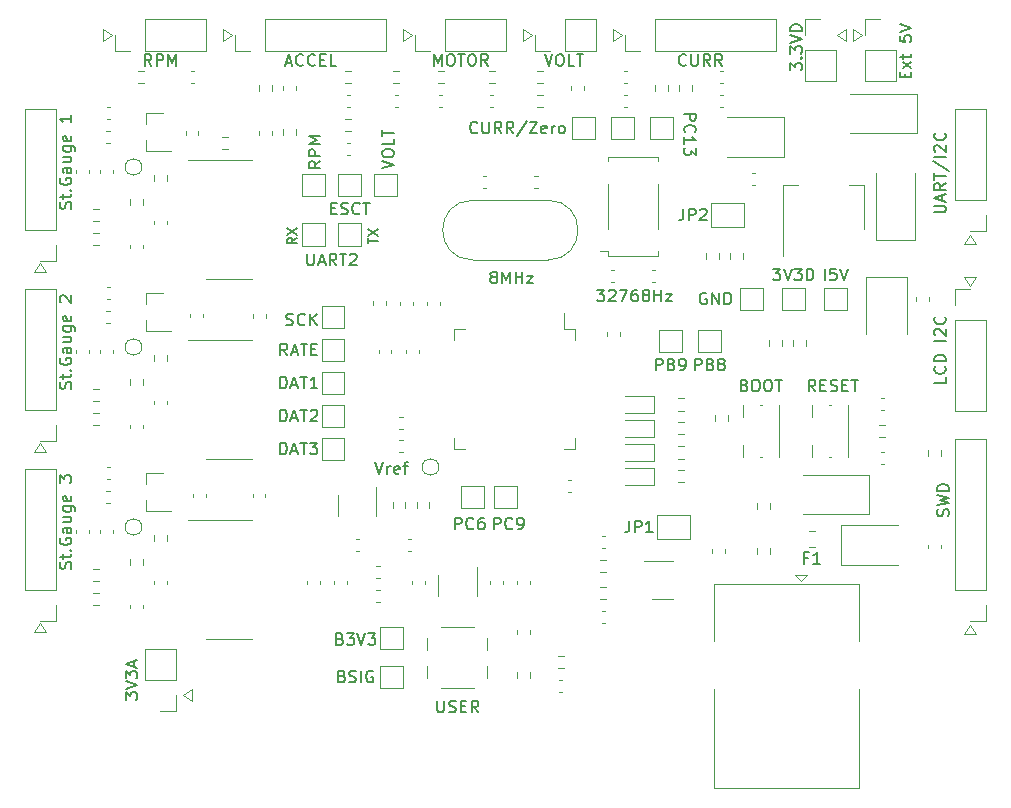
<source format=gto>
G04 #@! TF.GenerationSoftware,KiCad,Pcbnew,(5.1.9)-1*
G04 #@! TF.CreationDate,2021-05-26T18:29:58+02:00*
G04 #@! TF.ProjectId,thrust_v2,74687275-7374-45f7-9632-2e6b69636164,2.0.3*
G04 #@! TF.SameCoordinates,Original*
G04 #@! TF.FileFunction,Legend,Top*
G04 #@! TF.FilePolarity,Positive*
%FSLAX46Y46*%
G04 Gerber Fmt 4.6, Leading zero omitted, Abs format (unit mm)*
G04 Created by KiCad (PCBNEW (5.1.9)-1) date 2021-05-26 18:29:58*
%MOMM*%
%LPD*%
G01*
G04 APERTURE LIST*
%ADD10C,0.150000*%
%ADD11C,0.120000*%
G04 APERTURE END LIST*
D10*
X139223904Y-110434380D02*
X139223904Y-109434380D01*
X139604857Y-109434380D01*
X139700095Y-109482000D01*
X139747714Y-109529619D01*
X139795333Y-109624857D01*
X139795333Y-109767714D01*
X139747714Y-109862952D01*
X139700095Y-109910571D01*
X139604857Y-109958190D01*
X139223904Y-109958190D01*
X140795333Y-110339142D02*
X140747714Y-110386761D01*
X140604857Y-110434380D01*
X140509619Y-110434380D01*
X140366761Y-110386761D01*
X140271523Y-110291523D01*
X140223904Y-110196285D01*
X140176285Y-110005809D01*
X140176285Y-109862952D01*
X140223904Y-109672476D01*
X140271523Y-109577238D01*
X140366761Y-109482000D01*
X140509619Y-109434380D01*
X140604857Y-109434380D01*
X140747714Y-109482000D01*
X140795333Y-109529619D01*
X141652476Y-109434380D02*
X141462000Y-109434380D01*
X141366761Y-109482000D01*
X141319142Y-109529619D01*
X141223904Y-109672476D01*
X141176285Y-109862952D01*
X141176285Y-110243904D01*
X141223904Y-110339142D01*
X141271523Y-110386761D01*
X141366761Y-110434380D01*
X141557238Y-110434380D01*
X141652476Y-110386761D01*
X141700095Y-110339142D01*
X141747714Y-110243904D01*
X141747714Y-110005809D01*
X141700095Y-109910571D01*
X141652476Y-109862952D01*
X141557238Y-109815333D01*
X141366761Y-109815333D01*
X141271523Y-109862952D01*
X141223904Y-109910571D01*
X141176285Y-110005809D01*
D11*
X104648000Y-88646000D02*
X103632000Y-88646000D01*
X103632000Y-88646000D02*
X104140000Y-87884000D01*
X104140000Y-87884000D02*
X104648000Y-88646000D01*
X104648000Y-103886000D02*
X103632000Y-103886000D01*
X104140000Y-103124000D02*
X104648000Y-103886000D01*
X103632000Y-103886000D02*
X104140000Y-103124000D01*
X104140000Y-118364000D02*
X104648000Y-119126000D01*
X104648000Y-119126000D02*
X103632000Y-119126000D01*
X103632000Y-119126000D02*
X104140000Y-118364000D01*
D10*
X151265333Y-90130380D02*
X151884380Y-90130380D01*
X151551047Y-90511333D01*
X151693904Y-90511333D01*
X151789142Y-90558952D01*
X151836761Y-90606571D01*
X151884380Y-90701809D01*
X151884380Y-90939904D01*
X151836761Y-91035142D01*
X151789142Y-91082761D01*
X151693904Y-91130380D01*
X151408190Y-91130380D01*
X151312952Y-91082761D01*
X151265333Y-91035142D01*
X152265333Y-90225619D02*
X152312952Y-90178000D01*
X152408190Y-90130380D01*
X152646285Y-90130380D01*
X152741523Y-90178000D01*
X152789142Y-90225619D01*
X152836761Y-90320857D01*
X152836761Y-90416095D01*
X152789142Y-90558952D01*
X152217714Y-91130380D01*
X152836761Y-91130380D01*
X153170095Y-90130380D02*
X153836761Y-90130380D01*
X153408190Y-91130380D01*
X154646285Y-90130380D02*
X154455809Y-90130380D01*
X154360571Y-90178000D01*
X154312952Y-90225619D01*
X154217714Y-90368476D01*
X154170095Y-90558952D01*
X154170095Y-90939904D01*
X154217714Y-91035142D01*
X154265333Y-91082761D01*
X154360571Y-91130380D01*
X154551047Y-91130380D01*
X154646285Y-91082761D01*
X154693904Y-91035142D01*
X154741523Y-90939904D01*
X154741523Y-90701809D01*
X154693904Y-90606571D01*
X154646285Y-90558952D01*
X154551047Y-90511333D01*
X154360571Y-90511333D01*
X154265333Y-90558952D01*
X154217714Y-90606571D01*
X154170095Y-90701809D01*
X155312952Y-90558952D02*
X155217714Y-90511333D01*
X155170095Y-90463714D01*
X155122476Y-90368476D01*
X155122476Y-90320857D01*
X155170095Y-90225619D01*
X155217714Y-90178000D01*
X155312952Y-90130380D01*
X155503428Y-90130380D01*
X155598666Y-90178000D01*
X155646285Y-90225619D01*
X155693904Y-90320857D01*
X155693904Y-90368476D01*
X155646285Y-90463714D01*
X155598666Y-90511333D01*
X155503428Y-90558952D01*
X155312952Y-90558952D01*
X155217714Y-90606571D01*
X155170095Y-90654190D01*
X155122476Y-90749428D01*
X155122476Y-90939904D01*
X155170095Y-91035142D01*
X155217714Y-91082761D01*
X155312952Y-91130380D01*
X155503428Y-91130380D01*
X155598666Y-91082761D01*
X155646285Y-91035142D01*
X155693904Y-90939904D01*
X155693904Y-90749428D01*
X155646285Y-90654190D01*
X155598666Y-90606571D01*
X155503428Y-90558952D01*
X156122476Y-91130380D02*
X156122476Y-90130380D01*
X156122476Y-90606571D02*
X156693904Y-90606571D01*
X156693904Y-91130380D02*
X156693904Y-90130380D01*
X157074857Y-90463714D02*
X157598666Y-90463714D01*
X157074857Y-91130380D01*
X157598666Y-91130380D01*
X132500857Y-104735380D02*
X132834190Y-105735380D01*
X133167523Y-104735380D01*
X133500857Y-105735380D02*
X133500857Y-105068714D01*
X133500857Y-105259190D02*
X133548476Y-105163952D01*
X133596095Y-105116333D01*
X133691333Y-105068714D01*
X133786571Y-105068714D01*
X134500857Y-105687761D02*
X134405619Y-105735380D01*
X134215142Y-105735380D01*
X134119904Y-105687761D01*
X134072285Y-105592523D01*
X134072285Y-105211571D01*
X134119904Y-105116333D01*
X134215142Y-105068714D01*
X134405619Y-105068714D01*
X134500857Y-105116333D01*
X134548476Y-105211571D01*
X134548476Y-105306809D01*
X134072285Y-105402047D01*
X134834190Y-105068714D02*
X135215142Y-105068714D01*
X134977047Y-105735380D02*
X134977047Y-104878238D01*
X135024666Y-104783000D01*
X135119904Y-104735380D01*
X135215142Y-104735380D01*
X129667142Y-122864571D02*
X129810000Y-122912190D01*
X129857619Y-122959809D01*
X129905238Y-123055047D01*
X129905238Y-123197904D01*
X129857619Y-123293142D01*
X129810000Y-123340761D01*
X129714761Y-123388380D01*
X129333809Y-123388380D01*
X129333809Y-122388380D01*
X129667142Y-122388380D01*
X129762380Y-122436000D01*
X129810000Y-122483619D01*
X129857619Y-122578857D01*
X129857619Y-122674095D01*
X129810000Y-122769333D01*
X129762380Y-122816952D01*
X129667142Y-122864571D01*
X129333809Y-122864571D01*
X130286190Y-123340761D02*
X130429047Y-123388380D01*
X130667142Y-123388380D01*
X130762380Y-123340761D01*
X130810000Y-123293142D01*
X130857619Y-123197904D01*
X130857619Y-123102666D01*
X130810000Y-123007428D01*
X130762380Y-122959809D01*
X130667142Y-122912190D01*
X130476666Y-122864571D01*
X130381428Y-122816952D01*
X130333809Y-122769333D01*
X130286190Y-122674095D01*
X130286190Y-122578857D01*
X130333809Y-122483619D01*
X130381428Y-122436000D01*
X130476666Y-122388380D01*
X130714761Y-122388380D01*
X130857619Y-122436000D01*
X131286190Y-123388380D02*
X131286190Y-122388380D01*
X132286190Y-122436000D02*
X132190952Y-122388380D01*
X132048095Y-122388380D01*
X131905238Y-122436000D01*
X131810000Y-122531238D01*
X131762380Y-122626476D01*
X131714761Y-122816952D01*
X131714761Y-122959809D01*
X131762380Y-123150285D01*
X131810000Y-123245523D01*
X131905238Y-123340761D01*
X132048095Y-123388380D01*
X132143333Y-123388380D01*
X132286190Y-123340761D01*
X132333809Y-123293142D01*
X132333809Y-122959809D01*
X132143333Y-122959809D01*
X129500476Y-119689571D02*
X129643333Y-119737190D01*
X129690952Y-119784809D01*
X129738571Y-119880047D01*
X129738571Y-120022904D01*
X129690952Y-120118142D01*
X129643333Y-120165761D01*
X129548095Y-120213380D01*
X129167142Y-120213380D01*
X129167142Y-119213380D01*
X129500476Y-119213380D01*
X129595714Y-119261000D01*
X129643333Y-119308619D01*
X129690952Y-119403857D01*
X129690952Y-119499095D01*
X129643333Y-119594333D01*
X129595714Y-119641952D01*
X129500476Y-119689571D01*
X129167142Y-119689571D01*
X130071904Y-119213380D02*
X130690952Y-119213380D01*
X130357619Y-119594333D01*
X130500476Y-119594333D01*
X130595714Y-119641952D01*
X130643333Y-119689571D01*
X130690952Y-119784809D01*
X130690952Y-120022904D01*
X130643333Y-120118142D01*
X130595714Y-120165761D01*
X130500476Y-120213380D01*
X130214761Y-120213380D01*
X130119523Y-120165761D01*
X130071904Y-120118142D01*
X130976666Y-119213380D02*
X131310000Y-120213380D01*
X131643333Y-119213380D01*
X131881428Y-119213380D02*
X132500476Y-119213380D01*
X132167142Y-119594333D01*
X132310000Y-119594333D01*
X132405238Y-119641952D01*
X132452857Y-119689571D01*
X132500476Y-119784809D01*
X132500476Y-120022904D01*
X132452857Y-120118142D01*
X132405238Y-120165761D01*
X132310000Y-120213380D01*
X132024285Y-120213380D01*
X131929047Y-120165761D01*
X131881428Y-120118142D01*
X158627819Y-75247714D02*
X159627819Y-75247714D01*
X159627819Y-75628666D01*
X159580200Y-75723904D01*
X159532580Y-75771523D01*
X159437342Y-75819142D01*
X159294485Y-75819142D01*
X159199247Y-75771523D01*
X159151628Y-75723904D01*
X159104009Y-75628666D01*
X159104009Y-75247714D01*
X158723057Y-76819142D02*
X158675438Y-76771523D01*
X158627819Y-76628666D01*
X158627819Y-76533428D01*
X158675438Y-76390571D01*
X158770676Y-76295333D01*
X158865914Y-76247714D01*
X159056390Y-76200095D01*
X159199247Y-76200095D01*
X159389723Y-76247714D01*
X159484961Y-76295333D01*
X159580200Y-76390571D01*
X159627819Y-76533428D01*
X159627819Y-76628666D01*
X159580200Y-76771523D01*
X159532580Y-76819142D01*
X158627819Y-77771523D02*
X158627819Y-77200095D01*
X158627819Y-77485809D02*
X159627819Y-77485809D01*
X159484961Y-77390571D01*
X159389723Y-77295333D01*
X159342104Y-77200095D01*
X159627819Y-78104857D02*
X159627819Y-78723904D01*
X159246866Y-78390571D01*
X159246866Y-78533428D01*
X159199247Y-78628666D01*
X159151628Y-78676285D01*
X159056390Y-78723904D01*
X158818295Y-78723904D01*
X158723057Y-78676285D01*
X158675438Y-78628666D01*
X158627819Y-78533428D01*
X158627819Y-78247714D01*
X158675438Y-78152476D01*
X158723057Y-78104857D01*
D11*
X183388000Y-89027000D02*
X182880000Y-89789000D01*
X182880000Y-89789000D02*
X182372000Y-89027000D01*
X182372000Y-89027000D02*
X183388000Y-89027000D01*
X173736000Y-68580000D02*
X172974000Y-69088000D01*
X172974000Y-69088000D02*
X172974000Y-68072000D01*
X172974000Y-68072000D02*
X173736000Y-68580000D01*
X172339000Y-68072000D02*
X172339000Y-69088000D01*
X171577000Y-68580000D02*
X172339000Y-68072000D01*
X172339000Y-69088000D02*
X171577000Y-68580000D01*
X116967000Y-124968000D02*
X116205000Y-124460000D01*
X116205000Y-124460000D02*
X116967000Y-123952000D01*
X116967000Y-123952000D02*
X116967000Y-124968000D01*
X182880000Y-118491000D02*
X183388000Y-119253000D01*
X183388000Y-119253000D02*
X182372000Y-119253000D01*
X182372000Y-119253000D02*
X182880000Y-118491000D01*
X182372000Y-86233000D02*
X182880000Y-85471000D01*
X182880000Y-85471000D02*
X183388000Y-86233000D01*
X183388000Y-86233000D02*
X182372000Y-86233000D01*
X153416000Y-68580000D02*
X152654000Y-69088000D01*
X152654000Y-69088000D02*
X152654000Y-68072000D01*
X152654000Y-68072000D02*
X153416000Y-68580000D01*
X145796000Y-68580000D02*
X145034000Y-69088000D01*
X145034000Y-68072000D02*
X145796000Y-68580000D01*
X145034000Y-69088000D02*
X145034000Y-68072000D01*
X110236000Y-68580000D02*
X109474000Y-69088000D01*
X109474000Y-68072000D02*
X110236000Y-68580000D01*
X109474000Y-69088000D02*
X109474000Y-68072000D01*
X120396000Y-68580000D02*
X119634000Y-69088000D01*
X119634000Y-69088000D02*
X119634000Y-68072000D01*
X119634000Y-68072000D02*
X120396000Y-68580000D01*
X134874000Y-69088000D02*
X134874000Y-68072000D01*
X135636000Y-68580000D02*
X134874000Y-69088000D01*
X134874000Y-68072000D02*
X135636000Y-68580000D01*
D10*
X142422761Y-89034952D02*
X142327523Y-88987333D01*
X142279904Y-88939714D01*
X142232285Y-88844476D01*
X142232285Y-88796857D01*
X142279904Y-88701619D01*
X142327523Y-88654000D01*
X142422761Y-88606380D01*
X142613238Y-88606380D01*
X142708476Y-88654000D01*
X142756095Y-88701619D01*
X142803714Y-88796857D01*
X142803714Y-88844476D01*
X142756095Y-88939714D01*
X142708476Y-88987333D01*
X142613238Y-89034952D01*
X142422761Y-89034952D01*
X142327523Y-89082571D01*
X142279904Y-89130190D01*
X142232285Y-89225428D01*
X142232285Y-89415904D01*
X142279904Y-89511142D01*
X142327523Y-89558761D01*
X142422761Y-89606380D01*
X142613238Y-89606380D01*
X142708476Y-89558761D01*
X142756095Y-89511142D01*
X142803714Y-89415904D01*
X142803714Y-89225428D01*
X142756095Y-89130190D01*
X142708476Y-89082571D01*
X142613238Y-89034952D01*
X143232285Y-89606380D02*
X143232285Y-88606380D01*
X143565619Y-89320666D01*
X143898952Y-88606380D01*
X143898952Y-89606380D01*
X144375142Y-89606380D02*
X144375142Y-88606380D01*
X144375142Y-89082571D02*
X144946571Y-89082571D01*
X144946571Y-89606380D02*
X144946571Y-88606380D01*
X145327523Y-88939714D02*
X145851333Y-88939714D01*
X145327523Y-89606380D01*
X145851333Y-89606380D01*
X159543904Y-96972380D02*
X159543904Y-95972380D01*
X159924857Y-95972380D01*
X160020095Y-96020000D01*
X160067714Y-96067619D01*
X160115333Y-96162857D01*
X160115333Y-96305714D01*
X160067714Y-96400952D01*
X160020095Y-96448571D01*
X159924857Y-96496190D01*
X159543904Y-96496190D01*
X160877238Y-96448571D02*
X161020095Y-96496190D01*
X161067714Y-96543809D01*
X161115333Y-96639047D01*
X161115333Y-96781904D01*
X161067714Y-96877142D01*
X161020095Y-96924761D01*
X160924857Y-96972380D01*
X160543904Y-96972380D01*
X160543904Y-95972380D01*
X160877238Y-95972380D01*
X160972476Y-96020000D01*
X161020095Y-96067619D01*
X161067714Y-96162857D01*
X161067714Y-96258095D01*
X161020095Y-96353333D01*
X160972476Y-96400952D01*
X160877238Y-96448571D01*
X160543904Y-96448571D01*
X161686761Y-96400952D02*
X161591523Y-96353333D01*
X161543904Y-96305714D01*
X161496285Y-96210476D01*
X161496285Y-96162857D01*
X161543904Y-96067619D01*
X161591523Y-96020000D01*
X161686761Y-95972380D01*
X161877238Y-95972380D01*
X161972476Y-96020000D01*
X162020095Y-96067619D01*
X162067714Y-96162857D01*
X162067714Y-96210476D01*
X162020095Y-96305714D01*
X161972476Y-96353333D01*
X161877238Y-96400952D01*
X161686761Y-96400952D01*
X161591523Y-96448571D01*
X161543904Y-96496190D01*
X161496285Y-96591428D01*
X161496285Y-96781904D01*
X161543904Y-96877142D01*
X161591523Y-96924761D01*
X161686761Y-96972380D01*
X161877238Y-96972380D01*
X161972476Y-96924761D01*
X162020095Y-96877142D01*
X162067714Y-96781904D01*
X162067714Y-96591428D01*
X162020095Y-96496190D01*
X161972476Y-96448571D01*
X161877238Y-96400952D01*
X156241904Y-96972380D02*
X156241904Y-95972380D01*
X156622857Y-95972380D01*
X156718095Y-96020000D01*
X156765714Y-96067619D01*
X156813333Y-96162857D01*
X156813333Y-96305714D01*
X156765714Y-96400952D01*
X156718095Y-96448571D01*
X156622857Y-96496190D01*
X156241904Y-96496190D01*
X157575238Y-96448571D02*
X157718095Y-96496190D01*
X157765714Y-96543809D01*
X157813333Y-96639047D01*
X157813333Y-96781904D01*
X157765714Y-96877142D01*
X157718095Y-96924761D01*
X157622857Y-96972380D01*
X157241904Y-96972380D01*
X157241904Y-95972380D01*
X157575238Y-95972380D01*
X157670476Y-96020000D01*
X157718095Y-96067619D01*
X157765714Y-96162857D01*
X157765714Y-96258095D01*
X157718095Y-96353333D01*
X157670476Y-96400952D01*
X157575238Y-96448571D01*
X157241904Y-96448571D01*
X158289523Y-96972380D02*
X158480000Y-96972380D01*
X158575238Y-96924761D01*
X158622857Y-96877142D01*
X158718095Y-96734285D01*
X158765714Y-96543809D01*
X158765714Y-96162857D01*
X158718095Y-96067619D01*
X158670476Y-96020000D01*
X158575238Y-95972380D01*
X158384761Y-95972380D01*
X158289523Y-96020000D01*
X158241904Y-96067619D01*
X158194285Y-96162857D01*
X158194285Y-96400952D01*
X158241904Y-96496190D01*
X158289523Y-96543809D01*
X158384761Y-96591428D01*
X158575238Y-96591428D01*
X158670476Y-96543809D01*
X158718095Y-96496190D01*
X158765714Y-96400952D01*
X124904761Y-70905666D02*
X125380952Y-70905666D01*
X124809523Y-71191380D02*
X125142857Y-70191380D01*
X125476190Y-71191380D01*
X126380952Y-71096142D02*
X126333333Y-71143761D01*
X126190476Y-71191380D01*
X126095238Y-71191380D01*
X125952380Y-71143761D01*
X125857142Y-71048523D01*
X125809523Y-70953285D01*
X125761904Y-70762809D01*
X125761904Y-70619952D01*
X125809523Y-70429476D01*
X125857142Y-70334238D01*
X125952380Y-70239000D01*
X126095238Y-70191380D01*
X126190476Y-70191380D01*
X126333333Y-70239000D01*
X126380952Y-70286619D01*
X127380952Y-71096142D02*
X127333333Y-71143761D01*
X127190476Y-71191380D01*
X127095238Y-71191380D01*
X126952380Y-71143761D01*
X126857142Y-71048523D01*
X126809523Y-70953285D01*
X126761904Y-70762809D01*
X126761904Y-70619952D01*
X126809523Y-70429476D01*
X126857142Y-70334238D01*
X126952380Y-70239000D01*
X127095238Y-70191380D01*
X127190476Y-70191380D01*
X127333333Y-70239000D01*
X127380952Y-70286619D01*
X127809523Y-70667571D02*
X128142857Y-70667571D01*
X128285714Y-71191380D02*
X127809523Y-71191380D01*
X127809523Y-70191380D01*
X128285714Y-70191380D01*
X129190476Y-71191380D02*
X128714285Y-71191380D01*
X128714285Y-70191380D01*
X133056380Y-79874857D02*
X134056380Y-79541523D01*
X133056380Y-79208190D01*
X133056380Y-78684380D02*
X133056380Y-78493904D01*
X133104000Y-78398666D01*
X133199238Y-78303428D01*
X133389714Y-78255809D01*
X133723047Y-78255809D01*
X133913523Y-78303428D01*
X134008761Y-78398666D01*
X134056380Y-78493904D01*
X134056380Y-78684380D01*
X134008761Y-78779619D01*
X133913523Y-78874857D01*
X133723047Y-78922476D01*
X133389714Y-78922476D01*
X133199238Y-78874857D01*
X133104000Y-78779619D01*
X133056380Y-78684380D01*
X134056380Y-77351047D02*
X134056380Y-77827238D01*
X133056380Y-77827238D01*
X133056380Y-77160571D02*
X133056380Y-76589142D01*
X134056380Y-76874857D02*
X133056380Y-76874857D01*
X128730571Y-83240571D02*
X129063904Y-83240571D01*
X129206761Y-83764380D02*
X128730571Y-83764380D01*
X128730571Y-82764380D01*
X129206761Y-82764380D01*
X129587714Y-83716761D02*
X129730571Y-83764380D01*
X129968666Y-83764380D01*
X130063904Y-83716761D01*
X130111523Y-83669142D01*
X130159142Y-83573904D01*
X130159142Y-83478666D01*
X130111523Y-83383428D01*
X130063904Y-83335809D01*
X129968666Y-83288190D01*
X129778190Y-83240571D01*
X129682952Y-83192952D01*
X129635333Y-83145333D01*
X129587714Y-83050095D01*
X129587714Y-82954857D01*
X129635333Y-82859619D01*
X129682952Y-82812000D01*
X129778190Y-82764380D01*
X130016285Y-82764380D01*
X130159142Y-82812000D01*
X131159142Y-83669142D02*
X131111523Y-83716761D01*
X130968666Y-83764380D01*
X130873428Y-83764380D01*
X130730571Y-83716761D01*
X130635333Y-83621523D01*
X130587714Y-83526285D01*
X130540095Y-83335809D01*
X130540095Y-83192952D01*
X130587714Y-83002476D01*
X130635333Y-82907238D01*
X130730571Y-82812000D01*
X130873428Y-82764380D01*
X130968666Y-82764380D01*
X131111523Y-82812000D01*
X131159142Y-82859619D01*
X131444857Y-82764380D02*
X132016285Y-82764380D01*
X131730571Y-83764380D02*
X131730571Y-82764380D01*
X127833380Y-79247904D02*
X127357190Y-79581238D01*
X127833380Y-79819333D02*
X126833380Y-79819333D01*
X126833380Y-79438380D01*
X126881000Y-79343142D01*
X126928619Y-79295523D01*
X127023857Y-79247904D01*
X127166714Y-79247904D01*
X127261952Y-79295523D01*
X127309571Y-79343142D01*
X127357190Y-79438380D01*
X127357190Y-79819333D01*
X127833380Y-78819333D02*
X126833380Y-78819333D01*
X126833380Y-78438380D01*
X126881000Y-78343142D01*
X126928619Y-78295523D01*
X127023857Y-78247904D01*
X127166714Y-78247904D01*
X127261952Y-78295523D01*
X127309571Y-78343142D01*
X127357190Y-78438380D01*
X127357190Y-78819333D01*
X127833380Y-77819333D02*
X126833380Y-77819333D01*
X127547666Y-77486000D01*
X126833380Y-77152666D01*
X127833380Y-77152666D01*
X126706571Y-87082380D02*
X126706571Y-87891904D01*
X126754190Y-87987142D01*
X126801809Y-88034761D01*
X126897047Y-88082380D01*
X127087523Y-88082380D01*
X127182761Y-88034761D01*
X127230380Y-87987142D01*
X127278000Y-87891904D01*
X127278000Y-87082380D01*
X127706571Y-87796666D02*
X128182761Y-87796666D01*
X127611333Y-88082380D02*
X127944666Y-87082380D01*
X128278000Y-88082380D01*
X129182761Y-88082380D02*
X128849428Y-87606190D01*
X128611333Y-88082380D02*
X128611333Y-87082380D01*
X128992285Y-87082380D01*
X129087523Y-87130000D01*
X129135142Y-87177619D01*
X129182761Y-87272857D01*
X129182761Y-87415714D01*
X129135142Y-87510952D01*
X129087523Y-87558571D01*
X128992285Y-87606190D01*
X128611333Y-87606190D01*
X129468476Y-87082380D02*
X130039904Y-87082380D01*
X129754190Y-88082380D02*
X129754190Y-87082380D01*
X130325619Y-87177619D02*
X130373238Y-87130000D01*
X130468476Y-87082380D01*
X130706571Y-87082380D01*
X130801809Y-87130000D01*
X130849428Y-87177619D01*
X130897047Y-87272857D01*
X130897047Y-87368095D01*
X130849428Y-87510952D01*
X130278000Y-88082380D01*
X130897047Y-88082380D01*
X131895904Y-86207523D02*
X131895904Y-85750380D01*
X132695904Y-85978952D02*
X131895904Y-85978952D01*
X131895904Y-85559904D02*
X132695904Y-85026571D01*
X131895904Y-85026571D02*
X132695904Y-85559904D01*
X125837904Y-85731333D02*
X125456952Y-85998000D01*
X125837904Y-86188476D02*
X125037904Y-86188476D01*
X125037904Y-85883714D01*
X125076000Y-85807523D01*
X125114095Y-85769428D01*
X125190285Y-85731333D01*
X125304571Y-85731333D01*
X125380761Y-85769428D01*
X125418857Y-85807523D01*
X125456952Y-85883714D01*
X125456952Y-86188476D01*
X125037904Y-85464666D02*
X125837904Y-84931333D01*
X125037904Y-84931333D02*
X125837904Y-85464666D01*
X124436380Y-104084380D02*
X124436380Y-103084380D01*
X124674476Y-103084380D01*
X124817333Y-103132000D01*
X124912571Y-103227238D01*
X124960190Y-103322476D01*
X125007809Y-103512952D01*
X125007809Y-103655809D01*
X124960190Y-103846285D01*
X124912571Y-103941523D01*
X124817333Y-104036761D01*
X124674476Y-104084380D01*
X124436380Y-104084380D01*
X125388761Y-103798666D02*
X125864952Y-103798666D01*
X125293523Y-104084380D02*
X125626857Y-103084380D01*
X125960190Y-104084380D01*
X126150666Y-103084380D02*
X126722095Y-103084380D01*
X126436380Y-104084380D02*
X126436380Y-103084380D01*
X126960190Y-103084380D02*
X127579238Y-103084380D01*
X127245904Y-103465333D01*
X127388761Y-103465333D01*
X127484000Y-103512952D01*
X127531619Y-103560571D01*
X127579238Y-103655809D01*
X127579238Y-103893904D01*
X127531619Y-103989142D01*
X127484000Y-104036761D01*
X127388761Y-104084380D01*
X127103047Y-104084380D01*
X127007809Y-104036761D01*
X126960190Y-103989142D01*
X124436380Y-101290380D02*
X124436380Y-100290380D01*
X124674476Y-100290380D01*
X124817333Y-100338000D01*
X124912571Y-100433238D01*
X124960190Y-100528476D01*
X125007809Y-100718952D01*
X125007809Y-100861809D01*
X124960190Y-101052285D01*
X124912571Y-101147523D01*
X124817333Y-101242761D01*
X124674476Y-101290380D01*
X124436380Y-101290380D01*
X125388761Y-101004666D02*
X125864952Y-101004666D01*
X125293523Y-101290380D02*
X125626857Y-100290380D01*
X125960190Y-101290380D01*
X126150666Y-100290380D02*
X126722095Y-100290380D01*
X126436380Y-101290380D02*
X126436380Y-100290380D01*
X127007809Y-100385619D02*
X127055428Y-100338000D01*
X127150666Y-100290380D01*
X127388761Y-100290380D01*
X127484000Y-100338000D01*
X127531619Y-100385619D01*
X127579238Y-100480857D01*
X127579238Y-100576095D01*
X127531619Y-100718952D01*
X126960190Y-101290380D01*
X127579238Y-101290380D01*
X124436380Y-98496380D02*
X124436380Y-97496380D01*
X124674476Y-97496380D01*
X124817333Y-97544000D01*
X124912571Y-97639238D01*
X124960190Y-97734476D01*
X125007809Y-97924952D01*
X125007809Y-98067809D01*
X124960190Y-98258285D01*
X124912571Y-98353523D01*
X124817333Y-98448761D01*
X124674476Y-98496380D01*
X124436380Y-98496380D01*
X125388761Y-98210666D02*
X125864952Y-98210666D01*
X125293523Y-98496380D02*
X125626857Y-97496380D01*
X125960190Y-98496380D01*
X126150666Y-97496380D02*
X126722095Y-97496380D01*
X126436380Y-98496380D02*
X126436380Y-97496380D01*
X127579238Y-98496380D02*
X127007809Y-98496380D01*
X127293523Y-98496380D02*
X127293523Y-97496380D01*
X127198285Y-97639238D01*
X127103047Y-97734476D01*
X127007809Y-97782095D01*
X125031619Y-95702380D02*
X124698285Y-95226190D01*
X124460190Y-95702380D02*
X124460190Y-94702380D01*
X124841142Y-94702380D01*
X124936380Y-94750000D01*
X124984000Y-94797619D01*
X125031619Y-94892857D01*
X125031619Y-95035714D01*
X124984000Y-95130952D01*
X124936380Y-95178571D01*
X124841142Y-95226190D01*
X124460190Y-95226190D01*
X125412571Y-95416666D02*
X125888761Y-95416666D01*
X125317333Y-95702380D02*
X125650666Y-94702380D01*
X125984000Y-95702380D01*
X126174476Y-94702380D02*
X126745904Y-94702380D01*
X126460190Y-95702380D02*
X126460190Y-94702380D01*
X127079238Y-95178571D02*
X127412571Y-95178571D01*
X127555428Y-95702380D02*
X127079238Y-95702380D01*
X127079238Y-94702380D01*
X127555428Y-94702380D01*
X124952285Y-93114761D02*
X125095142Y-93162380D01*
X125333238Y-93162380D01*
X125428476Y-93114761D01*
X125476095Y-93067142D01*
X125523714Y-92971904D01*
X125523714Y-92876666D01*
X125476095Y-92781428D01*
X125428476Y-92733809D01*
X125333238Y-92686190D01*
X125142761Y-92638571D01*
X125047523Y-92590952D01*
X124999904Y-92543333D01*
X124952285Y-92448095D01*
X124952285Y-92352857D01*
X124999904Y-92257619D01*
X125047523Y-92210000D01*
X125142761Y-92162380D01*
X125380857Y-92162380D01*
X125523714Y-92210000D01*
X126523714Y-93067142D02*
X126476095Y-93114761D01*
X126333238Y-93162380D01*
X126238000Y-93162380D01*
X126095142Y-93114761D01*
X125999904Y-93019523D01*
X125952285Y-92924285D01*
X125904666Y-92733809D01*
X125904666Y-92590952D01*
X125952285Y-92400476D01*
X125999904Y-92305238D01*
X126095142Y-92210000D01*
X126238000Y-92162380D01*
X126333238Y-92162380D01*
X126476095Y-92210000D01*
X126523714Y-92257619D01*
X126952285Y-93162380D02*
X126952285Y-92162380D01*
X127523714Y-93162380D02*
X127095142Y-92590952D01*
X127523714Y-92162380D02*
X126952285Y-92733809D01*
X113538095Y-71191380D02*
X113204761Y-70715190D01*
X112966666Y-71191380D02*
X112966666Y-70191380D01*
X113347619Y-70191380D01*
X113442857Y-70239000D01*
X113490476Y-70286619D01*
X113538095Y-70381857D01*
X113538095Y-70524714D01*
X113490476Y-70619952D01*
X113442857Y-70667571D01*
X113347619Y-70715190D01*
X112966666Y-70715190D01*
X113966666Y-71191380D02*
X113966666Y-70191380D01*
X114347619Y-70191380D01*
X114442857Y-70239000D01*
X114490476Y-70286619D01*
X114538095Y-70381857D01*
X114538095Y-70524714D01*
X114490476Y-70619952D01*
X114442857Y-70667571D01*
X114347619Y-70715190D01*
X113966666Y-70715190D01*
X114966666Y-71191380D02*
X114966666Y-70191380D01*
X115300000Y-70905666D01*
X115633333Y-70191380D01*
X115633333Y-71191380D01*
X137438095Y-71191380D02*
X137438095Y-70191380D01*
X137771428Y-70905666D01*
X138104761Y-70191380D01*
X138104761Y-71191380D01*
X138771428Y-70191380D02*
X138961904Y-70191380D01*
X139057142Y-70239000D01*
X139152380Y-70334238D01*
X139200000Y-70524714D01*
X139200000Y-70858047D01*
X139152380Y-71048523D01*
X139057142Y-71143761D01*
X138961904Y-71191380D01*
X138771428Y-71191380D01*
X138676190Y-71143761D01*
X138580952Y-71048523D01*
X138533333Y-70858047D01*
X138533333Y-70524714D01*
X138580952Y-70334238D01*
X138676190Y-70239000D01*
X138771428Y-70191380D01*
X139485714Y-70191380D02*
X140057142Y-70191380D01*
X139771428Y-71191380D02*
X139771428Y-70191380D01*
X140580952Y-70191380D02*
X140771428Y-70191380D01*
X140866666Y-70239000D01*
X140961904Y-70334238D01*
X141009523Y-70524714D01*
X141009523Y-70858047D01*
X140961904Y-71048523D01*
X140866666Y-71143761D01*
X140771428Y-71191380D01*
X140580952Y-71191380D01*
X140485714Y-71143761D01*
X140390476Y-71048523D01*
X140342857Y-70858047D01*
X140342857Y-70524714D01*
X140390476Y-70334238D01*
X140485714Y-70239000D01*
X140580952Y-70191380D01*
X142009523Y-71191380D02*
X141676190Y-70715190D01*
X141438095Y-71191380D02*
X141438095Y-70191380D01*
X141819047Y-70191380D01*
X141914285Y-70239000D01*
X141961904Y-70286619D01*
X142009523Y-70381857D01*
X142009523Y-70524714D01*
X141961904Y-70619952D01*
X141914285Y-70667571D01*
X141819047Y-70715190D01*
X141438095Y-70715190D01*
X146820142Y-70191380D02*
X147153476Y-71191380D01*
X147486809Y-70191380D01*
X148010619Y-70191380D02*
X148201095Y-70191380D01*
X148296333Y-70239000D01*
X148391571Y-70334238D01*
X148439190Y-70524714D01*
X148439190Y-70858047D01*
X148391571Y-71048523D01*
X148296333Y-71143761D01*
X148201095Y-71191380D01*
X148010619Y-71191380D01*
X147915380Y-71143761D01*
X147820142Y-71048523D01*
X147772523Y-70858047D01*
X147772523Y-70524714D01*
X147820142Y-70334238D01*
X147915380Y-70239000D01*
X148010619Y-70191380D01*
X149343952Y-71191380D02*
X148867761Y-71191380D01*
X148867761Y-70191380D01*
X149534428Y-70191380D02*
X150105857Y-70191380D01*
X149820142Y-71191380D02*
X149820142Y-70191380D01*
X158805714Y-71096142D02*
X158758095Y-71143761D01*
X158615238Y-71191380D01*
X158520000Y-71191380D01*
X158377142Y-71143761D01*
X158281904Y-71048523D01*
X158234285Y-70953285D01*
X158186666Y-70762809D01*
X158186666Y-70619952D01*
X158234285Y-70429476D01*
X158281904Y-70334238D01*
X158377142Y-70239000D01*
X158520000Y-70191380D01*
X158615238Y-70191380D01*
X158758095Y-70239000D01*
X158805714Y-70286619D01*
X159234285Y-70191380D02*
X159234285Y-71000904D01*
X159281904Y-71096142D01*
X159329523Y-71143761D01*
X159424761Y-71191380D01*
X159615238Y-71191380D01*
X159710476Y-71143761D01*
X159758095Y-71096142D01*
X159805714Y-71000904D01*
X159805714Y-70191380D01*
X160853333Y-71191380D02*
X160520000Y-70715190D01*
X160281904Y-71191380D02*
X160281904Y-70191380D01*
X160662857Y-70191380D01*
X160758095Y-70239000D01*
X160805714Y-70286619D01*
X160853333Y-70381857D01*
X160853333Y-70524714D01*
X160805714Y-70619952D01*
X160758095Y-70667571D01*
X160662857Y-70715190D01*
X160281904Y-70715190D01*
X161853333Y-71191380D02*
X161520000Y-70715190D01*
X161281904Y-71191380D02*
X161281904Y-70191380D01*
X161662857Y-70191380D01*
X161758095Y-70239000D01*
X161805714Y-70286619D01*
X161853333Y-70381857D01*
X161853333Y-70524714D01*
X161805714Y-70619952D01*
X161758095Y-70667571D01*
X161662857Y-70715190D01*
X161281904Y-70715190D01*
X167600380Y-71572190D02*
X167600380Y-70953142D01*
X167981333Y-71286476D01*
X167981333Y-71143619D01*
X168028952Y-71048380D01*
X168076571Y-71000761D01*
X168171809Y-70953142D01*
X168409904Y-70953142D01*
X168505142Y-71000761D01*
X168552761Y-71048380D01*
X168600380Y-71143619D01*
X168600380Y-71429333D01*
X168552761Y-71524571D01*
X168505142Y-71572190D01*
X168505142Y-70524571D02*
X168552761Y-70476952D01*
X168600380Y-70524571D01*
X168552761Y-70572190D01*
X168505142Y-70524571D01*
X168600380Y-70524571D01*
X167600380Y-70143619D02*
X167600380Y-69524571D01*
X167981333Y-69857904D01*
X167981333Y-69715047D01*
X168028952Y-69619809D01*
X168076571Y-69572190D01*
X168171809Y-69524571D01*
X168409904Y-69524571D01*
X168505142Y-69572190D01*
X168552761Y-69619809D01*
X168600380Y-69715047D01*
X168600380Y-70000761D01*
X168552761Y-70096000D01*
X168505142Y-70143619D01*
X167600380Y-69238857D02*
X168600380Y-68905523D01*
X167600380Y-68572190D01*
X168600380Y-68238857D02*
X167600380Y-68238857D01*
X167600380Y-68000761D01*
X167648000Y-67857904D01*
X167743238Y-67762666D01*
X167838476Y-67715047D01*
X168028952Y-67667428D01*
X168171809Y-67667428D01*
X168362285Y-67715047D01*
X168457523Y-67762666D01*
X168552761Y-67857904D01*
X168600380Y-68000761D01*
X168600380Y-68238857D01*
X177347571Y-72167476D02*
X177347571Y-71834142D01*
X177871380Y-71691285D02*
X177871380Y-72167476D01*
X176871380Y-72167476D01*
X176871380Y-71691285D01*
X177871380Y-71357952D02*
X177204714Y-70834142D01*
X177204714Y-71357952D02*
X177871380Y-70834142D01*
X177204714Y-70596047D02*
X177204714Y-70215095D01*
X176871380Y-70453190D02*
X177728523Y-70453190D01*
X177823761Y-70405571D01*
X177871380Y-70310333D01*
X177871380Y-70215095D01*
X176871380Y-68643666D02*
X176871380Y-69119857D01*
X177347571Y-69167476D01*
X177299952Y-69119857D01*
X177252333Y-69024619D01*
X177252333Y-68786523D01*
X177299952Y-68691285D01*
X177347571Y-68643666D01*
X177442809Y-68596047D01*
X177680904Y-68596047D01*
X177776142Y-68643666D01*
X177823761Y-68691285D01*
X177871380Y-68786523D01*
X177871380Y-69024619D01*
X177823761Y-69119857D01*
X177776142Y-69167476D01*
X176871380Y-68310333D02*
X177871380Y-67977000D01*
X176871380Y-67643666D01*
X179792380Y-83597333D02*
X180601904Y-83597333D01*
X180697142Y-83549714D01*
X180744761Y-83502095D01*
X180792380Y-83406857D01*
X180792380Y-83216380D01*
X180744761Y-83121142D01*
X180697142Y-83073523D01*
X180601904Y-83025904D01*
X179792380Y-83025904D01*
X180506666Y-82597333D02*
X180506666Y-82121142D01*
X180792380Y-82692571D02*
X179792380Y-82359238D01*
X180792380Y-82025904D01*
X180792380Y-81121142D02*
X180316190Y-81454476D01*
X180792380Y-81692571D02*
X179792380Y-81692571D01*
X179792380Y-81311619D01*
X179840000Y-81216380D01*
X179887619Y-81168761D01*
X179982857Y-81121142D01*
X180125714Y-81121142D01*
X180220952Y-81168761D01*
X180268571Y-81216380D01*
X180316190Y-81311619D01*
X180316190Y-81692571D01*
X179792380Y-80835428D02*
X179792380Y-80264000D01*
X180792380Y-80549714D02*
X179792380Y-80549714D01*
X179744761Y-79216380D02*
X181030476Y-80073523D01*
X180792380Y-78883047D02*
X179792380Y-78883047D01*
X179887619Y-78454476D02*
X179840000Y-78406857D01*
X179792380Y-78311619D01*
X179792380Y-78073523D01*
X179840000Y-77978285D01*
X179887619Y-77930666D01*
X179982857Y-77883047D01*
X180078095Y-77883047D01*
X180220952Y-77930666D01*
X180792380Y-78502095D01*
X180792380Y-77883047D01*
X180697142Y-76883047D02*
X180744761Y-76930666D01*
X180792380Y-77073523D01*
X180792380Y-77168761D01*
X180744761Y-77311619D01*
X180649523Y-77406857D01*
X180554285Y-77454476D01*
X180363809Y-77502095D01*
X180220952Y-77502095D01*
X180030476Y-77454476D01*
X179935238Y-77406857D01*
X179840000Y-77311619D01*
X179792380Y-77168761D01*
X179792380Y-77073523D01*
X179840000Y-76930666D01*
X179887619Y-76883047D01*
X141121238Y-76811142D02*
X141073619Y-76858761D01*
X140930761Y-76906380D01*
X140835523Y-76906380D01*
X140692666Y-76858761D01*
X140597428Y-76763523D01*
X140549809Y-76668285D01*
X140502190Y-76477809D01*
X140502190Y-76334952D01*
X140549809Y-76144476D01*
X140597428Y-76049238D01*
X140692666Y-75954000D01*
X140835523Y-75906380D01*
X140930761Y-75906380D01*
X141073619Y-75954000D01*
X141121238Y-76001619D01*
X141549809Y-75906380D02*
X141549809Y-76715904D01*
X141597428Y-76811142D01*
X141645047Y-76858761D01*
X141740285Y-76906380D01*
X141930761Y-76906380D01*
X142026000Y-76858761D01*
X142073619Y-76811142D01*
X142121238Y-76715904D01*
X142121238Y-75906380D01*
X143168857Y-76906380D02*
X142835523Y-76430190D01*
X142597428Y-76906380D02*
X142597428Y-75906380D01*
X142978380Y-75906380D01*
X143073619Y-75954000D01*
X143121238Y-76001619D01*
X143168857Y-76096857D01*
X143168857Y-76239714D01*
X143121238Y-76334952D01*
X143073619Y-76382571D01*
X142978380Y-76430190D01*
X142597428Y-76430190D01*
X144168857Y-76906380D02*
X143835523Y-76430190D01*
X143597428Y-76906380D02*
X143597428Y-75906380D01*
X143978380Y-75906380D01*
X144073619Y-75954000D01*
X144121238Y-76001619D01*
X144168857Y-76096857D01*
X144168857Y-76239714D01*
X144121238Y-76334952D01*
X144073619Y-76382571D01*
X143978380Y-76430190D01*
X143597428Y-76430190D01*
X145311714Y-75858761D02*
X144454571Y-77144476D01*
X145549809Y-75906380D02*
X146216476Y-75906380D01*
X145549809Y-76906380D01*
X146216476Y-76906380D01*
X146978380Y-76858761D02*
X146883142Y-76906380D01*
X146692666Y-76906380D01*
X146597428Y-76858761D01*
X146549809Y-76763523D01*
X146549809Y-76382571D01*
X146597428Y-76287333D01*
X146692666Y-76239714D01*
X146883142Y-76239714D01*
X146978380Y-76287333D01*
X147026000Y-76382571D01*
X147026000Y-76477809D01*
X146549809Y-76573047D01*
X147454571Y-76906380D02*
X147454571Y-76239714D01*
X147454571Y-76430190D02*
X147502190Y-76334952D01*
X147549809Y-76287333D01*
X147645047Y-76239714D01*
X147740285Y-76239714D01*
X148216476Y-76906380D02*
X148121238Y-76858761D01*
X148073619Y-76811142D01*
X148026000Y-76715904D01*
X148026000Y-76430190D01*
X148073619Y-76334952D01*
X148121238Y-76287333D01*
X148216476Y-76239714D01*
X148359333Y-76239714D01*
X148454571Y-76287333D01*
X148502190Y-76334952D01*
X148549809Y-76430190D01*
X148549809Y-76715904D01*
X148502190Y-76811142D01*
X148454571Y-76858761D01*
X148359333Y-76906380D01*
X148216476Y-76906380D01*
X142525904Y-110434380D02*
X142525904Y-109434380D01*
X142906857Y-109434380D01*
X143002095Y-109482000D01*
X143049714Y-109529619D01*
X143097333Y-109624857D01*
X143097333Y-109767714D01*
X143049714Y-109862952D01*
X143002095Y-109910571D01*
X142906857Y-109958190D01*
X142525904Y-109958190D01*
X144097333Y-110339142D02*
X144049714Y-110386761D01*
X143906857Y-110434380D01*
X143811619Y-110434380D01*
X143668761Y-110386761D01*
X143573523Y-110291523D01*
X143525904Y-110196285D01*
X143478285Y-110005809D01*
X143478285Y-109862952D01*
X143525904Y-109672476D01*
X143573523Y-109577238D01*
X143668761Y-109482000D01*
X143811619Y-109434380D01*
X143906857Y-109434380D01*
X144049714Y-109482000D01*
X144097333Y-109529619D01*
X144573523Y-110434380D02*
X144764000Y-110434380D01*
X144859238Y-110386761D01*
X144906857Y-110339142D01*
X145002095Y-110196285D01*
X145049714Y-110005809D01*
X145049714Y-109624857D01*
X145002095Y-109529619D01*
X144954476Y-109482000D01*
X144859238Y-109434380D01*
X144668761Y-109434380D01*
X144573523Y-109482000D01*
X144525904Y-109529619D01*
X144478285Y-109624857D01*
X144478285Y-109862952D01*
X144525904Y-109958190D01*
X144573523Y-110005809D01*
X144668761Y-110053428D01*
X144859238Y-110053428D01*
X144954476Y-110005809D01*
X145002095Y-109958190D01*
X145049714Y-109862952D01*
X106703761Y-113758023D02*
X106751380Y-113615166D01*
X106751380Y-113377071D01*
X106703761Y-113281833D01*
X106656142Y-113234214D01*
X106560904Y-113186595D01*
X106465666Y-113186595D01*
X106370428Y-113234214D01*
X106322809Y-113281833D01*
X106275190Y-113377071D01*
X106227571Y-113567547D01*
X106179952Y-113662785D01*
X106132333Y-113710404D01*
X106037095Y-113758023D01*
X105941857Y-113758023D01*
X105846619Y-113710404D01*
X105799000Y-113662785D01*
X105751380Y-113567547D01*
X105751380Y-113329452D01*
X105799000Y-113186595D01*
X106084714Y-112900880D02*
X106084714Y-112519928D01*
X105751380Y-112758023D02*
X106608523Y-112758023D01*
X106703761Y-112710404D01*
X106751380Y-112615166D01*
X106751380Y-112519928D01*
X106656142Y-112186595D02*
X106703761Y-112138976D01*
X106751380Y-112186595D01*
X106703761Y-112234214D01*
X106656142Y-112186595D01*
X106751380Y-112186595D01*
X105799000Y-111186595D02*
X105751380Y-111281833D01*
X105751380Y-111424690D01*
X105799000Y-111567547D01*
X105894238Y-111662785D01*
X105989476Y-111710404D01*
X106179952Y-111758023D01*
X106322809Y-111758023D01*
X106513285Y-111710404D01*
X106608523Y-111662785D01*
X106703761Y-111567547D01*
X106751380Y-111424690D01*
X106751380Y-111329452D01*
X106703761Y-111186595D01*
X106656142Y-111138976D01*
X106322809Y-111138976D01*
X106322809Y-111329452D01*
X106751380Y-110281833D02*
X106227571Y-110281833D01*
X106132333Y-110329452D01*
X106084714Y-110424690D01*
X106084714Y-110615166D01*
X106132333Y-110710404D01*
X106703761Y-110281833D02*
X106751380Y-110377071D01*
X106751380Y-110615166D01*
X106703761Y-110710404D01*
X106608523Y-110758023D01*
X106513285Y-110758023D01*
X106418047Y-110710404D01*
X106370428Y-110615166D01*
X106370428Y-110377071D01*
X106322809Y-110281833D01*
X106084714Y-109377071D02*
X106751380Y-109377071D01*
X106084714Y-109805642D02*
X106608523Y-109805642D01*
X106703761Y-109758023D01*
X106751380Y-109662785D01*
X106751380Y-109519928D01*
X106703761Y-109424690D01*
X106656142Y-109377071D01*
X106084714Y-108472309D02*
X106894238Y-108472309D01*
X106989476Y-108519928D01*
X107037095Y-108567547D01*
X107084714Y-108662785D01*
X107084714Y-108805642D01*
X107037095Y-108900880D01*
X106703761Y-108472309D02*
X106751380Y-108567547D01*
X106751380Y-108758023D01*
X106703761Y-108853261D01*
X106656142Y-108900880D01*
X106560904Y-108948500D01*
X106275190Y-108948500D01*
X106179952Y-108900880D01*
X106132333Y-108853261D01*
X106084714Y-108758023D01*
X106084714Y-108567547D01*
X106132333Y-108472309D01*
X106703761Y-107615166D02*
X106751380Y-107710404D01*
X106751380Y-107900880D01*
X106703761Y-107996119D01*
X106608523Y-108043738D01*
X106227571Y-108043738D01*
X106132333Y-107996119D01*
X106084714Y-107900880D01*
X106084714Y-107710404D01*
X106132333Y-107615166D01*
X106227571Y-107567547D01*
X106322809Y-107567547D01*
X106418047Y-108043738D01*
X105751380Y-106472309D02*
X105751380Y-105853261D01*
X106132333Y-106186595D01*
X106132333Y-106043738D01*
X106179952Y-105948500D01*
X106227571Y-105900880D01*
X106322809Y-105853261D01*
X106560904Y-105853261D01*
X106656142Y-105900880D01*
X106703761Y-105948500D01*
X106751380Y-106043738D01*
X106751380Y-106329452D01*
X106703761Y-106424690D01*
X106656142Y-106472309D01*
X106703761Y-98518023D02*
X106751380Y-98375166D01*
X106751380Y-98137071D01*
X106703761Y-98041833D01*
X106656142Y-97994214D01*
X106560904Y-97946595D01*
X106465666Y-97946595D01*
X106370428Y-97994214D01*
X106322809Y-98041833D01*
X106275190Y-98137071D01*
X106227571Y-98327547D01*
X106179952Y-98422785D01*
X106132333Y-98470404D01*
X106037095Y-98518023D01*
X105941857Y-98518023D01*
X105846619Y-98470404D01*
X105799000Y-98422785D01*
X105751380Y-98327547D01*
X105751380Y-98089452D01*
X105799000Y-97946595D01*
X106084714Y-97660880D02*
X106084714Y-97279928D01*
X105751380Y-97518023D02*
X106608523Y-97518023D01*
X106703761Y-97470404D01*
X106751380Y-97375166D01*
X106751380Y-97279928D01*
X106656142Y-96946595D02*
X106703761Y-96898976D01*
X106751380Y-96946595D01*
X106703761Y-96994214D01*
X106656142Y-96946595D01*
X106751380Y-96946595D01*
X105799000Y-95946595D02*
X105751380Y-96041833D01*
X105751380Y-96184690D01*
X105799000Y-96327547D01*
X105894238Y-96422785D01*
X105989476Y-96470404D01*
X106179952Y-96518023D01*
X106322809Y-96518023D01*
X106513285Y-96470404D01*
X106608523Y-96422785D01*
X106703761Y-96327547D01*
X106751380Y-96184690D01*
X106751380Y-96089452D01*
X106703761Y-95946595D01*
X106656142Y-95898976D01*
X106322809Y-95898976D01*
X106322809Y-96089452D01*
X106751380Y-95041833D02*
X106227571Y-95041833D01*
X106132333Y-95089452D01*
X106084714Y-95184690D01*
X106084714Y-95375166D01*
X106132333Y-95470404D01*
X106703761Y-95041833D02*
X106751380Y-95137071D01*
X106751380Y-95375166D01*
X106703761Y-95470404D01*
X106608523Y-95518023D01*
X106513285Y-95518023D01*
X106418047Y-95470404D01*
X106370428Y-95375166D01*
X106370428Y-95137071D01*
X106322809Y-95041833D01*
X106084714Y-94137071D02*
X106751380Y-94137071D01*
X106084714Y-94565642D02*
X106608523Y-94565642D01*
X106703761Y-94518023D01*
X106751380Y-94422785D01*
X106751380Y-94279928D01*
X106703761Y-94184690D01*
X106656142Y-94137071D01*
X106084714Y-93232309D02*
X106894238Y-93232309D01*
X106989476Y-93279928D01*
X107037095Y-93327547D01*
X107084714Y-93422785D01*
X107084714Y-93565642D01*
X107037095Y-93660880D01*
X106703761Y-93232309D02*
X106751380Y-93327547D01*
X106751380Y-93518023D01*
X106703761Y-93613261D01*
X106656142Y-93660880D01*
X106560904Y-93708500D01*
X106275190Y-93708500D01*
X106179952Y-93660880D01*
X106132333Y-93613261D01*
X106084714Y-93518023D01*
X106084714Y-93327547D01*
X106132333Y-93232309D01*
X106703761Y-92375166D02*
X106751380Y-92470404D01*
X106751380Y-92660880D01*
X106703761Y-92756119D01*
X106608523Y-92803738D01*
X106227571Y-92803738D01*
X106132333Y-92756119D01*
X106084714Y-92660880D01*
X106084714Y-92470404D01*
X106132333Y-92375166D01*
X106227571Y-92327547D01*
X106322809Y-92327547D01*
X106418047Y-92803738D01*
X105846619Y-91184690D02*
X105799000Y-91137071D01*
X105751380Y-91041833D01*
X105751380Y-90803738D01*
X105799000Y-90708500D01*
X105846619Y-90660880D01*
X105941857Y-90613261D01*
X106037095Y-90613261D01*
X106179952Y-90660880D01*
X106751380Y-91232309D01*
X106751380Y-90613261D01*
X106703761Y-83278023D02*
X106751380Y-83135166D01*
X106751380Y-82897071D01*
X106703761Y-82801833D01*
X106656142Y-82754214D01*
X106560904Y-82706595D01*
X106465666Y-82706595D01*
X106370428Y-82754214D01*
X106322809Y-82801833D01*
X106275190Y-82897071D01*
X106227571Y-83087547D01*
X106179952Y-83182785D01*
X106132333Y-83230404D01*
X106037095Y-83278023D01*
X105941857Y-83278023D01*
X105846619Y-83230404D01*
X105799000Y-83182785D01*
X105751380Y-83087547D01*
X105751380Y-82849452D01*
X105799000Y-82706595D01*
X106084714Y-82420880D02*
X106084714Y-82039928D01*
X105751380Y-82278023D02*
X106608523Y-82278023D01*
X106703761Y-82230404D01*
X106751380Y-82135166D01*
X106751380Y-82039928D01*
X106656142Y-81706595D02*
X106703761Y-81658976D01*
X106751380Y-81706595D01*
X106703761Y-81754214D01*
X106656142Y-81706595D01*
X106751380Y-81706595D01*
X105799000Y-80706595D02*
X105751380Y-80801833D01*
X105751380Y-80944690D01*
X105799000Y-81087547D01*
X105894238Y-81182785D01*
X105989476Y-81230404D01*
X106179952Y-81278023D01*
X106322809Y-81278023D01*
X106513285Y-81230404D01*
X106608523Y-81182785D01*
X106703761Y-81087547D01*
X106751380Y-80944690D01*
X106751380Y-80849452D01*
X106703761Y-80706595D01*
X106656142Y-80658976D01*
X106322809Y-80658976D01*
X106322809Y-80849452D01*
X106751380Y-79801833D02*
X106227571Y-79801833D01*
X106132333Y-79849452D01*
X106084714Y-79944690D01*
X106084714Y-80135166D01*
X106132333Y-80230404D01*
X106703761Y-79801833D02*
X106751380Y-79897071D01*
X106751380Y-80135166D01*
X106703761Y-80230404D01*
X106608523Y-80278023D01*
X106513285Y-80278023D01*
X106418047Y-80230404D01*
X106370428Y-80135166D01*
X106370428Y-79897071D01*
X106322809Y-79801833D01*
X106084714Y-78897071D02*
X106751380Y-78897071D01*
X106084714Y-79325642D02*
X106608523Y-79325642D01*
X106703761Y-79278023D01*
X106751380Y-79182785D01*
X106751380Y-79039928D01*
X106703761Y-78944690D01*
X106656142Y-78897071D01*
X106084714Y-77992309D02*
X106894238Y-77992309D01*
X106989476Y-78039928D01*
X107037095Y-78087547D01*
X107084714Y-78182785D01*
X107084714Y-78325642D01*
X107037095Y-78420880D01*
X106703761Y-77992309D02*
X106751380Y-78087547D01*
X106751380Y-78278023D01*
X106703761Y-78373261D01*
X106656142Y-78420880D01*
X106560904Y-78468500D01*
X106275190Y-78468500D01*
X106179952Y-78420880D01*
X106132333Y-78373261D01*
X106084714Y-78278023D01*
X106084714Y-78087547D01*
X106132333Y-77992309D01*
X106703761Y-77135166D02*
X106751380Y-77230404D01*
X106751380Y-77420880D01*
X106703761Y-77516119D01*
X106608523Y-77563738D01*
X106227571Y-77563738D01*
X106132333Y-77516119D01*
X106084714Y-77420880D01*
X106084714Y-77230404D01*
X106132333Y-77135166D01*
X106227571Y-77087547D01*
X106322809Y-77087547D01*
X106418047Y-77563738D01*
X106751380Y-75373261D02*
X106751380Y-75944690D01*
X106751380Y-75658976D02*
X105751380Y-75658976D01*
X105894238Y-75754214D01*
X105989476Y-75849452D01*
X106037095Y-75944690D01*
X111339380Y-124856666D02*
X111339380Y-124237619D01*
X111720333Y-124570952D01*
X111720333Y-124428095D01*
X111767952Y-124332857D01*
X111815571Y-124285238D01*
X111910809Y-124237619D01*
X112148904Y-124237619D01*
X112244142Y-124285238D01*
X112291761Y-124332857D01*
X112339380Y-124428095D01*
X112339380Y-124713809D01*
X112291761Y-124809047D01*
X112244142Y-124856666D01*
X111339380Y-123951904D02*
X112339380Y-123618571D01*
X111339380Y-123285238D01*
X111339380Y-123047142D02*
X111339380Y-122428095D01*
X111720333Y-122761428D01*
X111720333Y-122618571D01*
X111767952Y-122523333D01*
X111815571Y-122475714D01*
X111910809Y-122428095D01*
X112148904Y-122428095D01*
X112244142Y-122475714D01*
X112291761Y-122523333D01*
X112339380Y-122618571D01*
X112339380Y-122904285D01*
X112291761Y-122999523D01*
X112244142Y-123047142D01*
X112053666Y-122047142D02*
X112053666Y-121570952D01*
X112339380Y-122142380D02*
X111339380Y-121809047D01*
X112339380Y-121475714D01*
X180998761Y-109307142D02*
X181046380Y-109164285D01*
X181046380Y-108926190D01*
X180998761Y-108830952D01*
X180951142Y-108783333D01*
X180855904Y-108735714D01*
X180760666Y-108735714D01*
X180665428Y-108783333D01*
X180617809Y-108830952D01*
X180570190Y-108926190D01*
X180522571Y-109116666D01*
X180474952Y-109211904D01*
X180427333Y-109259523D01*
X180332095Y-109307142D01*
X180236857Y-109307142D01*
X180141619Y-109259523D01*
X180094000Y-109211904D01*
X180046380Y-109116666D01*
X180046380Y-108878571D01*
X180094000Y-108735714D01*
X180046380Y-108402380D02*
X181046380Y-108164285D01*
X180332095Y-107973809D01*
X181046380Y-107783333D01*
X180046380Y-107545238D01*
X181046380Y-107164285D02*
X180046380Y-107164285D01*
X180046380Y-106926190D01*
X180094000Y-106783333D01*
X180189238Y-106688095D01*
X180284476Y-106640476D01*
X180474952Y-106592857D01*
X180617809Y-106592857D01*
X180808285Y-106640476D01*
X180903523Y-106688095D01*
X180998761Y-106783333D01*
X181046380Y-106926190D01*
X181046380Y-107164285D01*
X180792380Y-97535714D02*
X180792380Y-98011904D01*
X179792380Y-98011904D01*
X180697142Y-96630952D02*
X180744761Y-96678571D01*
X180792380Y-96821428D01*
X180792380Y-96916666D01*
X180744761Y-97059523D01*
X180649523Y-97154761D01*
X180554285Y-97202380D01*
X180363809Y-97250000D01*
X180220952Y-97250000D01*
X180030476Y-97202380D01*
X179935238Y-97154761D01*
X179840000Y-97059523D01*
X179792380Y-96916666D01*
X179792380Y-96821428D01*
X179840000Y-96678571D01*
X179887619Y-96630952D01*
X180792380Y-96202380D02*
X179792380Y-96202380D01*
X179792380Y-95964285D01*
X179840000Y-95821428D01*
X179935238Y-95726190D01*
X180030476Y-95678571D01*
X180220952Y-95630952D01*
X180363809Y-95630952D01*
X180554285Y-95678571D01*
X180649523Y-95726190D01*
X180744761Y-95821428D01*
X180792380Y-95964285D01*
X180792380Y-96202380D01*
X180792380Y-94440476D02*
X179792380Y-94440476D01*
X179887619Y-94011904D02*
X179840000Y-93964285D01*
X179792380Y-93869047D01*
X179792380Y-93630952D01*
X179840000Y-93535714D01*
X179887619Y-93488095D01*
X179982857Y-93440476D01*
X180078095Y-93440476D01*
X180220952Y-93488095D01*
X180792380Y-94059523D01*
X180792380Y-93440476D01*
X180697142Y-92440476D02*
X180744761Y-92488095D01*
X180792380Y-92630952D01*
X180792380Y-92726190D01*
X180744761Y-92869047D01*
X180649523Y-92964285D01*
X180554285Y-93011904D01*
X180363809Y-93059523D01*
X180220952Y-93059523D01*
X180030476Y-93011904D01*
X179935238Y-92964285D01*
X179840000Y-92869047D01*
X179792380Y-92726190D01*
X179792380Y-92630952D01*
X179840000Y-92488095D01*
X179887619Y-92440476D01*
X160528095Y-90432000D02*
X160432857Y-90384380D01*
X160290000Y-90384380D01*
X160147142Y-90432000D01*
X160051904Y-90527238D01*
X160004285Y-90622476D01*
X159956666Y-90812952D01*
X159956666Y-90955809D01*
X160004285Y-91146285D01*
X160051904Y-91241523D01*
X160147142Y-91336761D01*
X160290000Y-91384380D01*
X160385238Y-91384380D01*
X160528095Y-91336761D01*
X160575714Y-91289142D01*
X160575714Y-90955809D01*
X160385238Y-90955809D01*
X161004285Y-91384380D02*
X161004285Y-90384380D01*
X161575714Y-91384380D01*
X161575714Y-90384380D01*
X162051904Y-91384380D02*
X162051904Y-90384380D01*
X162290000Y-90384380D01*
X162432857Y-90432000D01*
X162528095Y-90527238D01*
X162575714Y-90622476D01*
X162623333Y-90812952D01*
X162623333Y-90955809D01*
X162575714Y-91146285D01*
X162528095Y-91241523D01*
X162432857Y-91336761D01*
X162290000Y-91384380D01*
X162051904Y-91384380D01*
X166155904Y-88352380D02*
X166774952Y-88352380D01*
X166441619Y-88733333D01*
X166584476Y-88733333D01*
X166679714Y-88780952D01*
X166727333Y-88828571D01*
X166774952Y-88923809D01*
X166774952Y-89161904D01*
X166727333Y-89257142D01*
X166679714Y-89304761D01*
X166584476Y-89352380D01*
X166298761Y-89352380D01*
X166203523Y-89304761D01*
X166155904Y-89257142D01*
X167060666Y-88352380D02*
X167394000Y-89352380D01*
X167727333Y-88352380D01*
X167965428Y-88352380D02*
X168584476Y-88352380D01*
X168251142Y-88733333D01*
X168394000Y-88733333D01*
X168489238Y-88780952D01*
X168536857Y-88828571D01*
X168584476Y-88923809D01*
X168584476Y-89161904D01*
X168536857Y-89257142D01*
X168489238Y-89304761D01*
X168394000Y-89352380D01*
X168108285Y-89352380D01*
X168013047Y-89304761D01*
X167965428Y-89257142D01*
X169013047Y-89352380D02*
X169013047Y-88352380D01*
X169251142Y-88352380D01*
X169394000Y-88400000D01*
X169489238Y-88495238D01*
X169536857Y-88590476D01*
X169584476Y-88780952D01*
X169584476Y-88923809D01*
X169536857Y-89114285D01*
X169489238Y-89209523D01*
X169394000Y-89304761D01*
X169251142Y-89352380D01*
X169013047Y-89352380D01*
X170545238Y-89352380D02*
X170545238Y-88352380D01*
X171497619Y-88352380D02*
X171021428Y-88352380D01*
X170973809Y-88828571D01*
X171021428Y-88780952D01*
X171116666Y-88733333D01*
X171354761Y-88733333D01*
X171450000Y-88780952D01*
X171497619Y-88828571D01*
X171545238Y-88923809D01*
X171545238Y-89161904D01*
X171497619Y-89257142D01*
X171450000Y-89304761D01*
X171354761Y-89352380D01*
X171116666Y-89352380D01*
X171021428Y-89304761D01*
X170973809Y-89257142D01*
X171830952Y-88352380D02*
X172164285Y-89352380D01*
X172497619Y-88352380D01*
X163742857Y-98226571D02*
X163885714Y-98274190D01*
X163933333Y-98321809D01*
X163980952Y-98417047D01*
X163980952Y-98559904D01*
X163933333Y-98655142D01*
X163885714Y-98702761D01*
X163790476Y-98750380D01*
X163409523Y-98750380D01*
X163409523Y-97750380D01*
X163742857Y-97750380D01*
X163838095Y-97798000D01*
X163885714Y-97845619D01*
X163933333Y-97940857D01*
X163933333Y-98036095D01*
X163885714Y-98131333D01*
X163838095Y-98178952D01*
X163742857Y-98226571D01*
X163409523Y-98226571D01*
X164600000Y-97750380D02*
X164790476Y-97750380D01*
X164885714Y-97798000D01*
X164980952Y-97893238D01*
X165028571Y-98083714D01*
X165028571Y-98417047D01*
X164980952Y-98607523D01*
X164885714Y-98702761D01*
X164790476Y-98750380D01*
X164600000Y-98750380D01*
X164504761Y-98702761D01*
X164409523Y-98607523D01*
X164361904Y-98417047D01*
X164361904Y-98083714D01*
X164409523Y-97893238D01*
X164504761Y-97798000D01*
X164600000Y-97750380D01*
X165647619Y-97750380D02*
X165838095Y-97750380D01*
X165933333Y-97798000D01*
X166028571Y-97893238D01*
X166076190Y-98083714D01*
X166076190Y-98417047D01*
X166028571Y-98607523D01*
X165933333Y-98702761D01*
X165838095Y-98750380D01*
X165647619Y-98750380D01*
X165552380Y-98702761D01*
X165457142Y-98607523D01*
X165409523Y-98417047D01*
X165409523Y-98083714D01*
X165457142Y-97893238D01*
X165552380Y-97798000D01*
X165647619Y-97750380D01*
X166361904Y-97750380D02*
X166933333Y-97750380D01*
X166647619Y-98750380D02*
X166647619Y-97750380D01*
X169743619Y-98750380D02*
X169410285Y-98274190D01*
X169172190Y-98750380D02*
X169172190Y-97750380D01*
X169553142Y-97750380D01*
X169648380Y-97798000D01*
X169696000Y-97845619D01*
X169743619Y-97940857D01*
X169743619Y-98083714D01*
X169696000Y-98178952D01*
X169648380Y-98226571D01*
X169553142Y-98274190D01*
X169172190Y-98274190D01*
X170172190Y-98226571D02*
X170505523Y-98226571D01*
X170648380Y-98750380D02*
X170172190Y-98750380D01*
X170172190Y-97750380D01*
X170648380Y-97750380D01*
X171029333Y-98702761D02*
X171172190Y-98750380D01*
X171410285Y-98750380D01*
X171505523Y-98702761D01*
X171553142Y-98655142D01*
X171600761Y-98559904D01*
X171600761Y-98464666D01*
X171553142Y-98369428D01*
X171505523Y-98321809D01*
X171410285Y-98274190D01*
X171219809Y-98226571D01*
X171124571Y-98178952D01*
X171076952Y-98131333D01*
X171029333Y-98036095D01*
X171029333Y-97940857D01*
X171076952Y-97845619D01*
X171124571Y-97798000D01*
X171219809Y-97750380D01*
X171457904Y-97750380D01*
X171600761Y-97798000D01*
X172029333Y-98226571D02*
X172362666Y-98226571D01*
X172505523Y-98750380D02*
X172029333Y-98750380D01*
X172029333Y-97750380D01*
X172505523Y-97750380D01*
X172791238Y-97750380D02*
X173362666Y-97750380D01*
X173076952Y-98750380D02*
X173076952Y-97750380D01*
X137731714Y-124928380D02*
X137731714Y-125737904D01*
X137779333Y-125833142D01*
X137826952Y-125880761D01*
X137922190Y-125928380D01*
X138112666Y-125928380D01*
X138207904Y-125880761D01*
X138255523Y-125833142D01*
X138303142Y-125737904D01*
X138303142Y-124928380D01*
X138731714Y-125880761D02*
X138874571Y-125928380D01*
X139112666Y-125928380D01*
X139207904Y-125880761D01*
X139255523Y-125833142D01*
X139303142Y-125737904D01*
X139303142Y-125642666D01*
X139255523Y-125547428D01*
X139207904Y-125499809D01*
X139112666Y-125452190D01*
X138922190Y-125404571D01*
X138826952Y-125356952D01*
X138779333Y-125309333D01*
X138731714Y-125214095D01*
X138731714Y-125118857D01*
X138779333Y-125023619D01*
X138826952Y-124976000D01*
X138922190Y-124928380D01*
X139160285Y-124928380D01*
X139303142Y-124976000D01*
X139731714Y-125404571D02*
X140065047Y-125404571D01*
X140207904Y-125928380D02*
X139731714Y-125928380D01*
X139731714Y-124928380D01*
X140207904Y-124928380D01*
X141207904Y-125928380D02*
X140874571Y-125452190D01*
X140636476Y-125928380D02*
X140636476Y-124928380D01*
X141017428Y-124928380D01*
X141112666Y-124976000D01*
X141160285Y-125023619D01*
X141207904Y-125118857D01*
X141207904Y-125261714D01*
X141160285Y-125356952D01*
X141112666Y-125404571D01*
X141017428Y-125452190D01*
X140636476Y-125452190D01*
D11*
X139766000Y-108646000D02*
X139766000Y-106746000D01*
X141666000Y-108646000D02*
X139766000Y-108646000D01*
X141666000Y-106746000D02*
X141666000Y-108646000D01*
X139766000Y-106746000D02*
X141666000Y-106746000D01*
X137860000Y-105156000D02*
G75*
G03*
X137860000Y-105156000I-700000J0D01*
G01*
X141056000Y-116096000D02*
X141056000Y-113646000D01*
X137836000Y-114296000D02*
X137836000Y-116096000D01*
X129327000Y-107515000D02*
X129327000Y-109315000D01*
X132547000Y-109315000D02*
X132547000Y-106865000D01*
X155902000Y-116316400D02*
X157702000Y-116316400D01*
X157702000Y-113096400D02*
X155252000Y-113096400D01*
X171953000Y-113460000D02*
X176753000Y-113460000D01*
X171953000Y-110060000D02*
X171953000Y-113460000D01*
X176753000Y-110060000D02*
X171953000Y-110060000D01*
X167070500Y-75516000D02*
X162270500Y-75516000D01*
X167070500Y-78916000D02*
X167070500Y-75516000D01*
X162270500Y-78916000D02*
X167070500Y-78916000D01*
X174068000Y-89049000D02*
X174068000Y-93849000D01*
X177468000Y-89049000D02*
X174068000Y-89049000D01*
X177468000Y-93849000D02*
X177468000Y-89049000D01*
X178320000Y-76834000D02*
X172720000Y-76834000D01*
X178320000Y-73534000D02*
X172720000Y-73534000D01*
X178320000Y-76834000D02*
X178320000Y-73534000D01*
X174288000Y-109092000D02*
X168688000Y-109092000D01*
X174288000Y-105792000D02*
X168688000Y-105792000D01*
X174288000Y-109092000D02*
X174288000Y-105792000D01*
X174880000Y-85896000D02*
X174880000Y-80296000D01*
X178180000Y-85896000D02*
X178180000Y-80296000D01*
X174880000Y-85896000D02*
X178180000Y-85896000D01*
X134517224Y-71613500D02*
X134007776Y-71613500D01*
X134517224Y-72658500D02*
X134007776Y-72658500D01*
X137817776Y-72658500D02*
X138327224Y-72658500D01*
X137817776Y-71613500D02*
X138327224Y-71613500D01*
X134119233Y-74678000D02*
X134411767Y-74678000D01*
X134119233Y-73658000D02*
X134411767Y-73658000D01*
X138168767Y-73658000D02*
X137876233Y-73658000D01*
X138168767Y-74678000D02*
X137876233Y-74678000D01*
X133970500Y-108609224D02*
X133970500Y-108099776D01*
X135015500Y-108609224D02*
X135015500Y-108099776D01*
X136002500Y-108609224D02*
X136002500Y-108099776D01*
X137047500Y-108609224D02*
X137047500Y-108099776D01*
X135528267Y-112270000D02*
X135235733Y-112270000D01*
X135528267Y-111250000D02*
X135235733Y-111250000D01*
X173470000Y-119870000D02*
X173470000Y-115060000D01*
X173470000Y-115060000D02*
X161150000Y-115060000D01*
X161150000Y-115060000D02*
X161150000Y-119870000D01*
X173470000Y-123970000D02*
X173470000Y-132330000D01*
X173470000Y-132330000D02*
X161150000Y-132330000D01*
X161150000Y-132330000D02*
X161150000Y-123970000D01*
X168560000Y-114790000D02*
X169060000Y-114290000D01*
X169060000Y-114290000D02*
X168060000Y-114290000D01*
X168060000Y-114290000D02*
X168560000Y-114790000D01*
X152204800Y-86878200D02*
X151504800Y-86878200D01*
X152204800Y-81178200D02*
X152204800Y-84978200D01*
X156404800Y-84978200D02*
X156404800Y-81178200D01*
X156404800Y-78878200D02*
X156404800Y-79278200D01*
X152204800Y-78878200D02*
X156404800Y-78878200D01*
X152204800Y-79278200D02*
X152204800Y-78878200D01*
X156404800Y-87278200D02*
X156404800Y-86878200D01*
X152204800Y-87278200D02*
X156404800Y-87278200D01*
X152204800Y-86878200D02*
X152204800Y-87278200D01*
X171030000Y-104308000D02*
X170930000Y-104308000D01*
X169430000Y-99908000D02*
X169430000Y-100958000D01*
X172530000Y-104308000D02*
X172530000Y-99908000D01*
X171030000Y-99908000D02*
X170930000Y-99908000D01*
X169430000Y-103258000D02*
X169430000Y-104308000D01*
X165188000Y-104308000D02*
X165088000Y-104308000D01*
X163588000Y-99908000D02*
X163588000Y-100958000D01*
X166688000Y-104308000D02*
X166688000Y-99908000D01*
X165188000Y-99908000D02*
X165088000Y-99908000D01*
X163588000Y-103258000D02*
X163588000Y-104308000D01*
X136881000Y-119585000D02*
X136881000Y-120610000D01*
X138056000Y-118735000D02*
X140806000Y-118735000D01*
X138056000Y-123835000D02*
X140806000Y-123835000D01*
X136881000Y-121960000D02*
X136881000Y-122985000D01*
X141981000Y-119585000D02*
X141981000Y-120610000D01*
X141981000Y-121960000D02*
X141981000Y-122985000D01*
X120102000Y-109621000D02*
X116652000Y-109621000D01*
X120102000Y-109621000D02*
X122052000Y-109621000D01*
X120102000Y-119741000D02*
X118152000Y-119741000D01*
X120102000Y-119741000D02*
X122052000Y-119741000D01*
X120102000Y-79141000D02*
X116652000Y-79141000D01*
X120102000Y-79141000D02*
X122052000Y-79141000D01*
X120102000Y-89261000D02*
X118152000Y-89261000D01*
X120102000Y-89261000D02*
X122052000Y-89261000D01*
X120102000Y-94381000D02*
X116652000Y-94381000D01*
X120102000Y-94381000D02*
X122052000Y-94381000D01*
X120102000Y-104501000D02*
X118152000Y-104501000D01*
X120102000Y-104501000D02*
X122052000Y-104501000D01*
X119506276Y-77201500D02*
X120015724Y-77201500D01*
X119506276Y-78246500D02*
X120015724Y-78246500D01*
X132886267Y-116588000D02*
X132543733Y-116588000D01*
X132886267Y-115568000D02*
X132543733Y-115568000D01*
X132908000Y-118684000D02*
X134808000Y-118684000D01*
X134808000Y-118684000D02*
X134808000Y-120584000D01*
X134808000Y-120584000D02*
X132908000Y-120584000D01*
X132908000Y-120584000D02*
X132908000Y-118684000D01*
X132908000Y-121986000D02*
X134808000Y-121986000D01*
X134808000Y-121986000D02*
X134808000Y-123886000D01*
X134808000Y-123886000D02*
X132908000Y-123886000D01*
X132908000Y-123886000D02*
X132908000Y-121986000D01*
X153816267Y-71626000D02*
X153523733Y-71626000D01*
X153816267Y-72646000D02*
X153523733Y-72646000D01*
X161651733Y-72646000D02*
X161944267Y-72646000D01*
X161651733Y-71626000D02*
X161944267Y-71626000D01*
X123712500Y-72793776D02*
X123712500Y-73303224D01*
X122667500Y-72793776D02*
X122667500Y-73303224D01*
X129896776Y-75677500D02*
X130406224Y-75677500D01*
X129896776Y-76722500D02*
X130406224Y-76722500D01*
X129896776Y-71613500D02*
X130406224Y-71613500D01*
X129896776Y-72658500D02*
X130406224Y-72658500D01*
X125732000Y-72905233D02*
X125732000Y-73197767D01*
X124712000Y-72905233D02*
X124712000Y-73197767D01*
X130347767Y-78742000D02*
X130055233Y-78742000D01*
X130347767Y-77722000D02*
X130055233Y-77722000D01*
X130347767Y-74678000D02*
X130055233Y-74678000D01*
X130347767Y-73658000D02*
X130055233Y-73658000D01*
X155768000Y-77404000D02*
X155768000Y-75504000D01*
X157668000Y-77404000D02*
X155768000Y-77404000D01*
X157668000Y-75504000D02*
X157668000Y-77404000D01*
X155768000Y-75504000D02*
X157668000Y-75504000D01*
X166430000Y-69910000D02*
X166430000Y-67250000D01*
X156210000Y-69910000D02*
X166430000Y-69910000D01*
X156210000Y-67250000D02*
X166430000Y-67250000D01*
X156210000Y-69910000D02*
X156210000Y-67250000D01*
X154940000Y-69910000D02*
X153610000Y-69910000D01*
X153610000Y-69910000D02*
X153610000Y-68580000D01*
X133410000Y-69910000D02*
X133410000Y-67250000D01*
X123190000Y-69910000D02*
X133410000Y-69910000D01*
X123190000Y-67250000D02*
X133410000Y-67250000D01*
X123190000Y-69910000D02*
X123190000Y-67250000D01*
X121920000Y-69910000D02*
X120590000Y-69910000D01*
X120590000Y-69910000D02*
X120590000Y-68580000D01*
X160943000Y-84820000D02*
X160943000Y-82820000D01*
X163743000Y-84820000D02*
X160943000Y-84820000D01*
X163743000Y-82820000D02*
X163743000Y-84820000D01*
X160943000Y-82820000D02*
X163743000Y-82820000D01*
X163388000Y-91882000D02*
X163388000Y-89982000D01*
X165288000Y-91882000D02*
X163388000Y-91882000D01*
X165288000Y-89982000D02*
X165288000Y-91882000D01*
X163388000Y-89982000D02*
X165288000Y-89982000D01*
X140718000Y-87615000D02*
X147118000Y-87615000D01*
X140718000Y-82565000D02*
X147118000Y-82565000D01*
X147118000Y-87615000D02*
G75*
G03*
X147118000Y-82565000I0J2525000D01*
G01*
X140718000Y-87615000D02*
G75*
G02*
X140718000Y-82565000I0J2525000D01*
G01*
X146222767Y-80516000D02*
X145930233Y-80516000D01*
X146222767Y-81536000D02*
X145930233Y-81536000D01*
X137924000Y-91432767D02*
X137924000Y-91140233D01*
X136904000Y-91432767D02*
X136904000Y-91140233D01*
X166944000Y-89982000D02*
X168844000Y-89982000D01*
X168844000Y-89982000D02*
X168844000Y-91882000D01*
X168844000Y-91882000D02*
X166944000Y-91882000D01*
X166944000Y-91882000D02*
X166944000Y-89982000D01*
X168924500Y-94893224D02*
X168924500Y-94383776D01*
X167879500Y-94893224D02*
X167879500Y-94383776D01*
X172400000Y-91882000D02*
X170500000Y-91882000D01*
X172400000Y-89982000D02*
X172400000Y-91882000D01*
X170500000Y-89982000D02*
X172400000Y-89982000D01*
X170500000Y-91882000D02*
X170500000Y-89982000D01*
X156297000Y-111236000D02*
X156297000Y-109236000D01*
X159097000Y-111236000D02*
X156297000Y-111236000D01*
X159097000Y-109236000D02*
X159097000Y-111236000D01*
X156297000Y-109236000D02*
X159097000Y-109236000D01*
X163590500Y-87527224D02*
X163590500Y-87017776D01*
X162545500Y-87527224D02*
X162545500Y-87017776D01*
X161558500Y-87527224D02*
X161558500Y-87017776D01*
X160513500Y-87527224D02*
X160513500Y-87017776D01*
X144524000Y-119272267D02*
X144524000Y-118979733D01*
X145544000Y-119272267D02*
X145544000Y-118979733D01*
X180354500Y-104244224D02*
X180354500Y-103734776D01*
X179309500Y-104244224D02*
X179309500Y-103734776D01*
X179322000Y-111714233D02*
X179322000Y-112006767D01*
X180342000Y-111714233D02*
X180342000Y-112006767D01*
X162054000Y-112414267D02*
X162054000Y-112121733D01*
X161034000Y-112414267D02*
X161034000Y-112121733D01*
X175155776Y-101585500D02*
X175665224Y-101585500D01*
X175155776Y-102630500D02*
X175665224Y-102630500D01*
X148487224Y-122188500D02*
X147977776Y-122188500D01*
X148487224Y-121143500D02*
X147977776Y-121143500D01*
X145556500Y-122530776D02*
X145556500Y-123040224D01*
X144511500Y-122530776D02*
X144511500Y-123040224D01*
X175267233Y-99312000D02*
X175559767Y-99312000D01*
X175267233Y-100332000D02*
X175559767Y-100332000D01*
X175267233Y-103884000D02*
X175559767Y-103884000D01*
X175267233Y-104904000D02*
X175559767Y-104904000D01*
X148036233Y-123188000D02*
X148328767Y-123188000D01*
X148036233Y-124208000D02*
X148328767Y-124208000D01*
X126304000Y-84521000D02*
X128204000Y-84521000D01*
X128204000Y-84521000D02*
X128204000Y-86421000D01*
X128204000Y-86421000D02*
X126304000Y-86421000D01*
X126304000Y-86421000D02*
X126304000Y-84521000D01*
X129352000Y-84521000D02*
X131252000Y-84521000D01*
X131252000Y-84521000D02*
X131252000Y-86421000D01*
X131252000Y-86421000D02*
X129352000Y-86421000D01*
X129352000Y-86421000D02*
X129352000Y-84521000D01*
X178306000Y-90785733D02*
X178306000Y-91078267D01*
X179326000Y-90785733D02*
X179326000Y-91078267D01*
X166892500Y-94893224D02*
X166892500Y-94383776D01*
X165847500Y-94893224D02*
X165847500Y-94383776D01*
X116457000Y-76715233D02*
X116457000Y-77007767D01*
X117477000Y-76715233D02*
X117477000Y-77007767D01*
X159832000Y-93538000D02*
X161732000Y-93538000D01*
X161732000Y-93538000D02*
X161732000Y-95438000D01*
X161732000Y-95438000D02*
X159832000Y-95438000D01*
X159832000Y-95438000D02*
X159832000Y-93538000D01*
X162320500Y-100733776D02*
X162320500Y-101243224D01*
X161275500Y-100733776D02*
X161275500Y-101243224D01*
X144460000Y-108646000D02*
X142560000Y-108646000D01*
X142560000Y-108646000D02*
X142560000Y-106746000D01*
X142560000Y-106746000D02*
X144460000Y-106746000D01*
X144460000Y-106746000D02*
X144460000Y-108646000D01*
X156530000Y-93538000D02*
X158430000Y-93538000D01*
X158430000Y-93538000D02*
X158430000Y-95438000D01*
X158430000Y-95438000D02*
X156530000Y-95438000D01*
X156530000Y-95438000D02*
X156530000Y-93538000D01*
X184210000Y-118170000D02*
X182880000Y-118170000D01*
X184210000Y-116840000D02*
X184210000Y-118170000D01*
X184210000Y-115570000D02*
X181550000Y-115570000D01*
X181550000Y-115570000D02*
X181550000Y-102810000D01*
X184210000Y-115570000D02*
X184210000Y-102810000D01*
X184210000Y-102810000D02*
X181550000Y-102810000D01*
X135634000Y-114762233D02*
X135634000Y-115054767D01*
X136654000Y-114762233D02*
X136654000Y-115054767D01*
X112714000Y-110236000D02*
G75*
G03*
X112714000Y-110236000I-700000J0D01*
G01*
X112714000Y-94996000D02*
G75*
G03*
X112714000Y-94996000I-700000J0D01*
G01*
X112714000Y-79756000D02*
G75*
G03*
X112714000Y-79756000I-700000J0D01*
G01*
X112417776Y-72658500D02*
X112927224Y-72658500D01*
X112417776Y-71613500D02*
X112927224Y-71613500D01*
X152043224Y-115301500D02*
X151533776Y-115301500D01*
X152043224Y-116346500D02*
X151533776Y-116346500D01*
X152043224Y-113015500D02*
X151533776Y-113015500D01*
X152043224Y-114060500D02*
X151533776Y-114060500D01*
X165876500Y-112522724D02*
X165876500Y-112013276D01*
X164831500Y-112522724D02*
X164831500Y-112013276D01*
X165876500Y-108712724D02*
X165876500Y-108203276D01*
X164831500Y-108712724D02*
X164831500Y-108203276D01*
X146662224Y-71613500D02*
X146152776Y-71613500D01*
X146662224Y-72658500D02*
X146152776Y-72658500D01*
X142088776Y-72658500D02*
X142598224Y-72658500D01*
X142088776Y-71613500D02*
X142598224Y-71613500D01*
X156195500Y-72793776D02*
X156195500Y-73303224D01*
X157240500Y-72793776D02*
X157240500Y-73303224D01*
X146152776Y-74690500D02*
X146662224Y-74690500D01*
X146152776Y-73645500D02*
X146662224Y-73645500D01*
X158227500Y-72793776D02*
X158227500Y-73303224D01*
X159272500Y-72793776D02*
X159272500Y-73303224D01*
X158647224Y-105395500D02*
X158137776Y-105395500D01*
X158647224Y-106440500D02*
X158137776Y-106440500D01*
X158621824Y-103388900D02*
X158112376Y-103388900D01*
X158621824Y-104433900D02*
X158112376Y-104433900D01*
X158621824Y-101331500D02*
X158112376Y-101331500D01*
X158621824Y-102376500D02*
X158112376Y-102376500D01*
X158621824Y-99324900D02*
X158112376Y-99324900D01*
X158621824Y-100369900D02*
X158112376Y-100369900D01*
X124699500Y-76556776D02*
X124699500Y-77066224D01*
X125744500Y-76556776D02*
X125744500Y-77066224D01*
X112790500Y-113435224D02*
X112790500Y-112925776D01*
X111745500Y-113435224D02*
X111745500Y-112925776D01*
X114822500Y-111403224D02*
X114822500Y-110893776D01*
X113777500Y-111403224D02*
X113777500Y-110893776D01*
X112790500Y-98195224D02*
X112790500Y-97685776D01*
X111745500Y-98195224D02*
X111745500Y-97685776D01*
X114822500Y-96163224D02*
X114822500Y-95653776D01*
X113777500Y-96163224D02*
X113777500Y-95653776D01*
X112790500Y-82955224D02*
X112790500Y-82445776D01*
X111745500Y-82955224D02*
X111745500Y-82445776D01*
X114822500Y-80923224D02*
X114822500Y-80413776D01*
X113777500Y-80923224D02*
X113777500Y-80413776D01*
X109070224Y-115809500D02*
X108560776Y-115809500D01*
X109070224Y-116854500D02*
X108560776Y-116854500D01*
X109070224Y-113777500D02*
X108560776Y-113777500D01*
X109070224Y-114822500D02*
X108560776Y-114822500D01*
X109070224Y-100569500D02*
X108560776Y-100569500D01*
X109070224Y-101614500D02*
X108560776Y-101614500D01*
X109070224Y-98537500D02*
X108560776Y-98537500D01*
X109070224Y-99582500D02*
X108560776Y-99582500D01*
X109070224Y-85329500D02*
X108560776Y-85329500D01*
X109070224Y-86374500D02*
X108560776Y-86374500D01*
X109070224Y-83297500D02*
X108560776Y-83297500D01*
X109070224Y-84342500D02*
X108560776Y-84342500D01*
X169688252Y-110542000D02*
X169165748Y-110542000D01*
X169688252Y-111962000D02*
X169165748Y-111962000D01*
X116847233Y-72646000D02*
X117139767Y-72646000D01*
X116847233Y-71626000D02*
X117139767Y-71626000D01*
X151645233Y-112016000D02*
X151937767Y-112016000D01*
X151645233Y-110996000D02*
X151937767Y-110996000D01*
X151645233Y-118366000D02*
X151937767Y-118366000D01*
X151645233Y-117346000D02*
X151937767Y-117346000D01*
X133809200Y-95498967D02*
X133809200Y-95206433D01*
X132789200Y-95498967D02*
X132789200Y-95206433D01*
X136146000Y-95496767D02*
X136146000Y-95204233D01*
X135126000Y-95496767D02*
X135126000Y-95204233D01*
X152144000Y-93733233D02*
X152144000Y-94025767D01*
X153164000Y-93733233D02*
X153164000Y-94025767D01*
X134792767Y-102868000D02*
X134500233Y-102868000D01*
X134792767Y-103888000D02*
X134500233Y-103888000D01*
X149090767Y-106246200D02*
X148798233Y-106246200D01*
X149090767Y-107266200D02*
X148798233Y-107266200D01*
X142486767Y-73658000D02*
X142194233Y-73658000D01*
X142486767Y-74678000D02*
X142194233Y-74678000D01*
X153816267Y-73658000D02*
X153523733Y-73658000D01*
X153816267Y-74678000D02*
X153523733Y-74678000D01*
X150116000Y-73197767D02*
X150116000Y-72905233D01*
X149096000Y-73197767D02*
X149096000Y-72905233D01*
X134792767Y-100912200D02*
X134500233Y-100912200D01*
X134792767Y-101932200D02*
X134500233Y-101932200D01*
X161651733Y-74678000D02*
X161944267Y-74678000D01*
X161651733Y-73658000D02*
X161944267Y-73658000D01*
X135638000Y-91432767D02*
X135638000Y-91140233D01*
X134618000Y-91432767D02*
X134618000Y-91140233D01*
X152418533Y-89486200D02*
X152711067Y-89486200D01*
X152418533Y-88466200D02*
X152711067Y-88466200D01*
X156166067Y-88466200D02*
X155873533Y-88466200D01*
X156166067Y-89486200D02*
X155873533Y-89486200D01*
X141585733Y-81536000D02*
X141878267Y-81536000D01*
X141585733Y-80516000D02*
X141878267Y-80516000D01*
X131109767Y-111250000D02*
X130817233Y-111250000D01*
X131109767Y-112270000D02*
X130817233Y-112270000D01*
X123115800Y-107688767D02*
X123115800Y-107396233D01*
X122095800Y-107688767D02*
X122095800Y-107396233D01*
X123192000Y-92501767D02*
X123192000Y-92209233D01*
X122172000Y-92501767D02*
X122172000Y-92209233D01*
X123700000Y-77007767D02*
X123700000Y-76715233D01*
X122680000Y-77007767D02*
X122680000Y-76715233D01*
X129030000Y-114762233D02*
X129030000Y-115054767D01*
X130050000Y-114762233D02*
X130050000Y-115054767D01*
X117092000Y-107396233D02*
X117092000Y-107688767D01*
X118112000Y-107396233D02*
X118112000Y-107688767D01*
X116838000Y-92156233D02*
X116838000Y-92448767D01*
X117858000Y-92156233D02*
X117858000Y-92448767D01*
X126744000Y-114762233D02*
X126744000Y-115054767D01*
X127764000Y-114762233D02*
X127764000Y-115054767D01*
X164637767Y-80262000D02*
X164345233Y-80262000D01*
X164637767Y-81282000D02*
X164345233Y-81282000D01*
X114810000Y-115054767D02*
X114810000Y-114762233D01*
X113790000Y-115054767D02*
X113790000Y-114762233D01*
X114810000Y-99814767D02*
X114810000Y-99522233D01*
X113790000Y-99814767D02*
X113790000Y-99522233D01*
X114810000Y-84574767D02*
X114810000Y-84282233D01*
X113790000Y-84574767D02*
X113790000Y-84282233D01*
X111758000Y-116794233D02*
X111758000Y-117086767D01*
X112778000Y-116794233D02*
X112778000Y-117086767D01*
X109218000Y-110444233D02*
X109218000Y-110736767D01*
X110238000Y-110444233D02*
X110238000Y-110736767D01*
X110027767Y-105154000D02*
X109735233Y-105154000D01*
X110027767Y-106174000D02*
X109735233Y-106174000D01*
X111758000Y-101554233D02*
X111758000Y-101846767D01*
X112778000Y-101554233D02*
X112778000Y-101846767D01*
X109218000Y-95204233D02*
X109218000Y-95496767D01*
X110238000Y-95204233D02*
X110238000Y-95496767D01*
X110027767Y-89914000D02*
X109735233Y-89914000D01*
X110027767Y-90934000D02*
X109735233Y-90934000D01*
X111758000Y-86314233D02*
X111758000Y-86606767D01*
X112778000Y-86314233D02*
X112778000Y-86606767D01*
X109218000Y-79964233D02*
X109218000Y-80256767D01*
X110238000Y-79964233D02*
X110238000Y-80256767D01*
X110027767Y-74674000D02*
X109735233Y-74674000D01*
X110027767Y-75694000D02*
X109735233Y-75694000D01*
X107186000Y-110444233D02*
X107186000Y-110736767D01*
X108206000Y-110444233D02*
X108206000Y-110736767D01*
X107186000Y-95204233D02*
X107186000Y-95496767D01*
X108206000Y-95204233D02*
X108206000Y-95496767D01*
X107186000Y-79964233D02*
X107186000Y-80256767D01*
X108206000Y-79964233D02*
X108206000Y-80256767D01*
X142238000Y-114762233D02*
X142238000Y-115054767D01*
X143258000Y-114762233D02*
X143258000Y-115054767D01*
X144524000Y-114762233D02*
X144524000Y-115054767D01*
X145544000Y-114762233D02*
X145544000Y-115054767D01*
X115630000Y-125790000D02*
X114300000Y-125790000D01*
X115630000Y-124460000D02*
X115630000Y-125790000D01*
X115630000Y-123190000D02*
X112970000Y-123190000D01*
X112970000Y-123190000D02*
X112970000Y-120590000D01*
X115630000Y-123190000D02*
X115630000Y-120590000D01*
X115630000Y-120590000D02*
X112970000Y-120590000D01*
X168850000Y-67250000D02*
X170180000Y-67250000D01*
X168850000Y-68580000D02*
X168850000Y-67250000D01*
X168850000Y-69850000D02*
X171510000Y-69850000D01*
X171510000Y-69850000D02*
X171510000Y-72450000D01*
X168850000Y-69850000D02*
X168850000Y-72450000D01*
X168850000Y-72450000D02*
X171510000Y-72450000D01*
X181550000Y-90110000D02*
X182880000Y-90110000D01*
X181550000Y-91440000D02*
X181550000Y-90110000D01*
X181550000Y-92710000D02*
X184210000Y-92710000D01*
X184210000Y-92710000D02*
X184210000Y-100390000D01*
X181550000Y-92710000D02*
X181550000Y-100390000D01*
X181550000Y-100390000D02*
X184210000Y-100390000D01*
X129352000Y-82230000D02*
X129352000Y-80330000D01*
X131252000Y-82230000D02*
X129352000Y-82230000D01*
X131252000Y-80330000D02*
X131252000Y-82230000D01*
X129352000Y-80330000D02*
X131252000Y-80330000D01*
X126304000Y-82230000D02*
X126304000Y-80330000D01*
X128204000Y-82230000D02*
X126304000Y-82230000D01*
X128204000Y-80330000D02*
X128204000Y-82230000D01*
X126304000Y-80330000D02*
X128204000Y-80330000D01*
X149164000Y-77404000D02*
X149164000Y-75504000D01*
X151064000Y-77404000D02*
X149164000Y-77404000D01*
X151064000Y-75504000D02*
X151064000Y-77404000D01*
X149164000Y-75504000D02*
X151064000Y-75504000D01*
X132400000Y-82230000D02*
X132400000Y-80330000D01*
X134300000Y-82230000D02*
X132400000Y-82230000D01*
X134300000Y-80330000D02*
X134300000Y-82230000D01*
X132400000Y-80330000D02*
X134300000Y-80330000D01*
X152466000Y-77404000D02*
X152466000Y-75504000D01*
X154366000Y-77404000D02*
X152466000Y-77404000D01*
X154366000Y-75504000D02*
X154366000Y-77404000D01*
X152466000Y-75504000D02*
X154366000Y-75504000D01*
X127955000Y-104582000D02*
X127955000Y-102682000D01*
X129855000Y-104582000D02*
X127955000Y-104582000D01*
X129855000Y-102682000D02*
X129855000Y-104582000D01*
X127955000Y-102682000D02*
X129855000Y-102682000D01*
X127955000Y-101788000D02*
X127955000Y-99888000D01*
X129855000Y-101788000D02*
X127955000Y-101788000D01*
X129855000Y-99888000D02*
X129855000Y-101788000D01*
X127955000Y-99888000D02*
X129855000Y-99888000D01*
X127955000Y-96200000D02*
X127955000Y-94300000D01*
X129855000Y-96200000D02*
X127955000Y-96200000D01*
X129855000Y-94300000D02*
X129855000Y-96200000D01*
X127955000Y-94300000D02*
X129855000Y-94300000D01*
X127955000Y-98994000D02*
X127955000Y-97094000D01*
X129855000Y-98994000D02*
X127955000Y-98994000D01*
X129855000Y-97094000D02*
X129855000Y-98994000D01*
X127955000Y-97094000D02*
X129855000Y-97094000D01*
X127955000Y-93406000D02*
X127955000Y-91506000D01*
X129855000Y-93406000D02*
X127955000Y-93406000D01*
X129855000Y-91506000D02*
X129855000Y-93406000D01*
X127955000Y-91506000D02*
X129855000Y-91506000D01*
X113048000Y-105674000D02*
X114508000Y-105674000D01*
X113048000Y-108834000D02*
X115208000Y-108834000D01*
X113048000Y-108834000D02*
X113048000Y-107904000D01*
X113048000Y-105674000D02*
X113048000Y-106604000D01*
X113048000Y-90434000D02*
X114508000Y-90434000D01*
X113048000Y-93594000D02*
X115208000Y-93594000D01*
X113048000Y-93594000D02*
X113048000Y-92664000D01*
X113048000Y-90434000D02*
X113048000Y-91364000D01*
X113048000Y-75194000D02*
X114508000Y-75194000D01*
X113048000Y-78354000D02*
X115208000Y-78354000D01*
X113048000Y-78354000D02*
X113048000Y-77424000D01*
X113048000Y-75194000D02*
X113048000Y-76124000D01*
X132332000Y-91127733D02*
X132332000Y-91470267D01*
X133352000Y-91127733D02*
X133352000Y-91470267D01*
X132900267Y-113536000D02*
X132557733Y-113536000D01*
X132900267Y-114556000D02*
X132557733Y-114556000D01*
X109697733Y-108206000D02*
X110040267Y-108206000D01*
X109697733Y-107186000D02*
X110040267Y-107186000D01*
X109697733Y-92966000D02*
X110040267Y-92966000D01*
X109697733Y-91946000D02*
X110040267Y-91946000D01*
X109697733Y-77726000D02*
X110040267Y-77726000D01*
X109697733Y-76706000D02*
X110040267Y-76706000D01*
X184210000Y-85150000D02*
X182880000Y-85150000D01*
X184210000Y-83820000D02*
X184210000Y-85150000D01*
X184210000Y-82550000D02*
X181550000Y-82550000D01*
X181550000Y-82550000D02*
X181550000Y-74870000D01*
X184210000Y-82550000D02*
X184210000Y-74870000D01*
X184210000Y-74870000D02*
X181550000Y-74870000D01*
X110430000Y-69910000D02*
X110430000Y-68580000D01*
X111760000Y-69910000D02*
X110430000Y-69910000D01*
X113030000Y-69910000D02*
X113030000Y-67250000D01*
X113030000Y-67250000D02*
X118170000Y-67250000D01*
X113030000Y-69910000D02*
X118170000Y-69910000D01*
X118170000Y-69910000D02*
X118170000Y-67250000D01*
X135830000Y-69910000D02*
X135830000Y-68580000D01*
X137160000Y-69910000D02*
X135830000Y-69910000D01*
X138430000Y-69910000D02*
X138430000Y-67250000D01*
X138430000Y-67250000D02*
X143570000Y-67250000D01*
X138430000Y-69910000D02*
X143570000Y-69910000D01*
X143570000Y-69910000D02*
X143570000Y-67250000D01*
X145990000Y-69910000D02*
X145990000Y-68580000D01*
X147320000Y-69910000D02*
X145990000Y-69910000D01*
X148590000Y-69910000D02*
X148590000Y-67250000D01*
X148590000Y-67250000D02*
X151190000Y-67250000D01*
X148590000Y-69910000D02*
X151190000Y-69910000D01*
X151190000Y-69910000D02*
X151190000Y-67250000D01*
X173930000Y-67250000D02*
X175260000Y-67250000D01*
X173930000Y-68580000D02*
X173930000Y-67250000D01*
X173930000Y-69850000D02*
X176590000Y-69850000D01*
X176590000Y-69850000D02*
X176590000Y-72450000D01*
X173930000Y-69850000D02*
X173930000Y-72450000D01*
X173930000Y-72450000D02*
X176590000Y-72450000D01*
X105470000Y-118170000D02*
X104140000Y-118170000D01*
X105470000Y-116840000D02*
X105470000Y-118170000D01*
X105470000Y-115570000D02*
X102810000Y-115570000D01*
X102810000Y-115570000D02*
X102810000Y-105350000D01*
X105470000Y-115570000D02*
X105470000Y-105350000D01*
X105470000Y-105350000D02*
X102810000Y-105350000D01*
X105470000Y-102930000D02*
X104140000Y-102930000D01*
X105470000Y-101600000D02*
X105470000Y-102930000D01*
X105470000Y-100330000D02*
X102810000Y-100330000D01*
X102810000Y-100330000D02*
X102810000Y-90110000D01*
X105470000Y-100330000D02*
X105470000Y-90110000D01*
X105470000Y-90110000D02*
X102810000Y-90110000D01*
X105470000Y-87690000D02*
X104140000Y-87690000D01*
X105470000Y-86360000D02*
X105470000Y-87690000D01*
X105470000Y-85090000D02*
X102810000Y-85090000D01*
X102810000Y-85090000D02*
X102810000Y-74870000D01*
X105470000Y-85090000D02*
X105470000Y-74870000D01*
X105470000Y-74870000D02*
X102810000Y-74870000D01*
X156106000Y-105208400D02*
X153646000Y-105208400D01*
X156106000Y-106678400D02*
X156106000Y-105208400D01*
X153646000Y-106678400D02*
X156106000Y-106678400D01*
X156106000Y-103201800D02*
X153646000Y-103201800D01*
X156106000Y-104671800D02*
X156106000Y-103201800D01*
X153646000Y-104671800D02*
X156106000Y-104671800D01*
X156106000Y-101169800D02*
X153646000Y-101169800D01*
X156106000Y-102639800D02*
X156106000Y-101169800D01*
X153646000Y-102639800D02*
X156106000Y-102639800D01*
X156080600Y-99137800D02*
X153620600Y-99137800D01*
X156080600Y-100607800D02*
X156080600Y-99137800D01*
X153620600Y-100607800D02*
X156080600Y-100607800D01*
X173844000Y-81250000D02*
X172584000Y-81250000D01*
X167024000Y-81250000D02*
X168284000Y-81250000D01*
X173844000Y-85010000D02*
X173844000Y-81250000D01*
X167024000Y-87260000D02*
X167024000Y-81250000D01*
X139162000Y-102712000D02*
X139162000Y-103662000D01*
X139162000Y-103662000D02*
X140112000Y-103662000D01*
X139162000Y-94392000D02*
X139162000Y-93442000D01*
X139162000Y-93442000D02*
X140112000Y-93442000D01*
X149382000Y-102712000D02*
X149382000Y-103662000D01*
X149382000Y-103662000D02*
X148432000Y-103662000D01*
X149382000Y-94392000D02*
X149382000Y-93442000D01*
X149382000Y-93442000D02*
X148432000Y-93442000D01*
X148432000Y-93442000D02*
X148432000Y-92102000D01*
D10*
X158551666Y-83272380D02*
X158551666Y-83986666D01*
X158504047Y-84129523D01*
X158408809Y-84224761D01*
X158265952Y-84272380D01*
X158170714Y-84272380D01*
X159027857Y-84272380D02*
X159027857Y-83272380D01*
X159408809Y-83272380D01*
X159504047Y-83320000D01*
X159551666Y-83367619D01*
X159599285Y-83462857D01*
X159599285Y-83605714D01*
X159551666Y-83700952D01*
X159504047Y-83748571D01*
X159408809Y-83796190D01*
X159027857Y-83796190D01*
X159980238Y-83367619D02*
X160027857Y-83320000D01*
X160123095Y-83272380D01*
X160361190Y-83272380D01*
X160456428Y-83320000D01*
X160504047Y-83367619D01*
X160551666Y-83462857D01*
X160551666Y-83558095D01*
X160504047Y-83700952D01*
X159932619Y-84272380D01*
X160551666Y-84272380D01*
X153979666Y-109688380D02*
X153979666Y-110402666D01*
X153932047Y-110545523D01*
X153836809Y-110640761D01*
X153693952Y-110688380D01*
X153598714Y-110688380D01*
X154455857Y-110688380D02*
X154455857Y-109688380D01*
X154836809Y-109688380D01*
X154932047Y-109736000D01*
X154979666Y-109783619D01*
X155027285Y-109878857D01*
X155027285Y-110021714D01*
X154979666Y-110116952D01*
X154932047Y-110164571D01*
X154836809Y-110212190D01*
X154455857Y-110212190D01*
X155979666Y-110688380D02*
X155408238Y-110688380D01*
X155693952Y-110688380D02*
X155693952Y-109688380D01*
X155598714Y-109831238D01*
X155503476Y-109926476D01*
X155408238Y-109974095D01*
X169093666Y-112830571D02*
X168760333Y-112830571D01*
X168760333Y-113354380D02*
X168760333Y-112354380D01*
X169236523Y-112354380D01*
X170141285Y-113354380D02*
X169569857Y-113354380D01*
X169855571Y-113354380D02*
X169855571Y-112354380D01*
X169760333Y-112497238D01*
X169665095Y-112592476D01*
X169569857Y-112640095D01*
M02*

</source>
